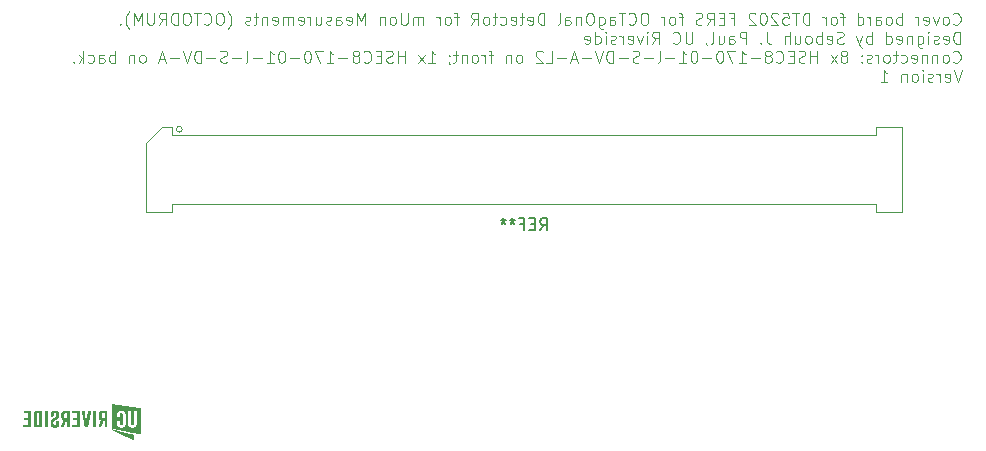
<source format=gbr>
%TF.GenerationSoftware,KiCad,Pcbnew,8.0.2-1*%
%TF.CreationDate,2025-02-24T13:25:59-05:00*%
%TF.ProjectId,ConcentratorBoardOctagon,436f6e63-656e-4747-9261-746f72426f61,rev?*%
%TF.SameCoordinates,Original*%
%TF.FileFunction,Legend,Bot*%
%TF.FilePolarity,Positive*%
%FSLAX46Y46*%
G04 Gerber Fmt 4.6, Leading zero omitted, Abs format (unit mm)*
G04 Created by KiCad (PCBNEW 8.0.2-1) date 2025-02-24 13:25:59*
%MOMM*%
%LPD*%
G01*
G04 APERTURE LIST*
%ADD10C,0.100000*%
%ADD11C,0.150000*%
%ADD12C,0.120000*%
%ADD13C,0.000000*%
G04 APERTURE END LIST*
D10*
X136324687Y-87647348D02*
X136372306Y-87694968D01*
X136372306Y-87694968D02*
X136515163Y-87742587D01*
X136515163Y-87742587D02*
X136610401Y-87742587D01*
X136610401Y-87742587D02*
X136753258Y-87694968D01*
X136753258Y-87694968D02*
X136848496Y-87599729D01*
X136848496Y-87599729D02*
X136896115Y-87504491D01*
X136896115Y-87504491D02*
X136943734Y-87314015D01*
X136943734Y-87314015D02*
X136943734Y-87171158D01*
X136943734Y-87171158D02*
X136896115Y-86980682D01*
X136896115Y-86980682D02*
X136848496Y-86885444D01*
X136848496Y-86885444D02*
X136753258Y-86790206D01*
X136753258Y-86790206D02*
X136610401Y-86742587D01*
X136610401Y-86742587D02*
X136515163Y-86742587D01*
X136515163Y-86742587D02*
X136372306Y-86790206D01*
X136372306Y-86790206D02*
X136324687Y-86837825D01*
X135753258Y-87742587D02*
X135848496Y-87694968D01*
X135848496Y-87694968D02*
X135896115Y-87647348D01*
X135896115Y-87647348D02*
X135943734Y-87552110D01*
X135943734Y-87552110D02*
X135943734Y-87266396D01*
X135943734Y-87266396D02*
X135896115Y-87171158D01*
X135896115Y-87171158D02*
X135848496Y-87123539D01*
X135848496Y-87123539D02*
X135753258Y-87075920D01*
X135753258Y-87075920D02*
X135610401Y-87075920D01*
X135610401Y-87075920D02*
X135515163Y-87123539D01*
X135515163Y-87123539D02*
X135467544Y-87171158D01*
X135467544Y-87171158D02*
X135419925Y-87266396D01*
X135419925Y-87266396D02*
X135419925Y-87552110D01*
X135419925Y-87552110D02*
X135467544Y-87647348D01*
X135467544Y-87647348D02*
X135515163Y-87694968D01*
X135515163Y-87694968D02*
X135610401Y-87742587D01*
X135610401Y-87742587D02*
X135753258Y-87742587D01*
X135086591Y-87075920D02*
X134848496Y-87742587D01*
X134848496Y-87742587D02*
X134610401Y-87075920D01*
X133848496Y-87694968D02*
X133943734Y-87742587D01*
X133943734Y-87742587D02*
X134134210Y-87742587D01*
X134134210Y-87742587D02*
X134229448Y-87694968D01*
X134229448Y-87694968D02*
X134277067Y-87599729D01*
X134277067Y-87599729D02*
X134277067Y-87218777D01*
X134277067Y-87218777D02*
X134229448Y-87123539D01*
X134229448Y-87123539D02*
X134134210Y-87075920D01*
X134134210Y-87075920D02*
X133943734Y-87075920D01*
X133943734Y-87075920D02*
X133848496Y-87123539D01*
X133848496Y-87123539D02*
X133800877Y-87218777D01*
X133800877Y-87218777D02*
X133800877Y-87314015D01*
X133800877Y-87314015D02*
X134277067Y-87409253D01*
X133372305Y-87742587D02*
X133372305Y-87075920D01*
X133372305Y-87266396D02*
X133324686Y-87171158D01*
X133324686Y-87171158D02*
X133277067Y-87123539D01*
X133277067Y-87123539D02*
X133181829Y-87075920D01*
X133181829Y-87075920D02*
X133086591Y-87075920D01*
X131991352Y-87742587D02*
X131991352Y-86742587D01*
X131991352Y-87123539D02*
X131896114Y-87075920D01*
X131896114Y-87075920D02*
X131705638Y-87075920D01*
X131705638Y-87075920D02*
X131610400Y-87123539D01*
X131610400Y-87123539D02*
X131562781Y-87171158D01*
X131562781Y-87171158D02*
X131515162Y-87266396D01*
X131515162Y-87266396D02*
X131515162Y-87552110D01*
X131515162Y-87552110D02*
X131562781Y-87647348D01*
X131562781Y-87647348D02*
X131610400Y-87694968D01*
X131610400Y-87694968D02*
X131705638Y-87742587D01*
X131705638Y-87742587D02*
X131896114Y-87742587D01*
X131896114Y-87742587D02*
X131991352Y-87694968D01*
X130943733Y-87742587D02*
X131038971Y-87694968D01*
X131038971Y-87694968D02*
X131086590Y-87647348D01*
X131086590Y-87647348D02*
X131134209Y-87552110D01*
X131134209Y-87552110D02*
X131134209Y-87266396D01*
X131134209Y-87266396D02*
X131086590Y-87171158D01*
X131086590Y-87171158D02*
X131038971Y-87123539D01*
X131038971Y-87123539D02*
X130943733Y-87075920D01*
X130943733Y-87075920D02*
X130800876Y-87075920D01*
X130800876Y-87075920D02*
X130705638Y-87123539D01*
X130705638Y-87123539D02*
X130658019Y-87171158D01*
X130658019Y-87171158D02*
X130610400Y-87266396D01*
X130610400Y-87266396D02*
X130610400Y-87552110D01*
X130610400Y-87552110D02*
X130658019Y-87647348D01*
X130658019Y-87647348D02*
X130705638Y-87694968D01*
X130705638Y-87694968D02*
X130800876Y-87742587D01*
X130800876Y-87742587D02*
X130943733Y-87742587D01*
X129753257Y-87742587D02*
X129753257Y-87218777D01*
X129753257Y-87218777D02*
X129800876Y-87123539D01*
X129800876Y-87123539D02*
X129896114Y-87075920D01*
X129896114Y-87075920D02*
X130086590Y-87075920D01*
X130086590Y-87075920D02*
X130181828Y-87123539D01*
X129753257Y-87694968D02*
X129848495Y-87742587D01*
X129848495Y-87742587D02*
X130086590Y-87742587D01*
X130086590Y-87742587D02*
X130181828Y-87694968D01*
X130181828Y-87694968D02*
X130229447Y-87599729D01*
X130229447Y-87599729D02*
X130229447Y-87504491D01*
X130229447Y-87504491D02*
X130181828Y-87409253D01*
X130181828Y-87409253D02*
X130086590Y-87361634D01*
X130086590Y-87361634D02*
X129848495Y-87361634D01*
X129848495Y-87361634D02*
X129753257Y-87314015D01*
X129277066Y-87742587D02*
X129277066Y-87075920D01*
X129277066Y-87266396D02*
X129229447Y-87171158D01*
X129229447Y-87171158D02*
X129181828Y-87123539D01*
X129181828Y-87123539D02*
X129086590Y-87075920D01*
X129086590Y-87075920D02*
X128991352Y-87075920D01*
X128229447Y-87742587D02*
X128229447Y-86742587D01*
X128229447Y-87694968D02*
X128324685Y-87742587D01*
X128324685Y-87742587D02*
X128515161Y-87742587D01*
X128515161Y-87742587D02*
X128610399Y-87694968D01*
X128610399Y-87694968D02*
X128658018Y-87647348D01*
X128658018Y-87647348D02*
X128705637Y-87552110D01*
X128705637Y-87552110D02*
X128705637Y-87266396D01*
X128705637Y-87266396D02*
X128658018Y-87171158D01*
X128658018Y-87171158D02*
X128610399Y-87123539D01*
X128610399Y-87123539D02*
X128515161Y-87075920D01*
X128515161Y-87075920D02*
X128324685Y-87075920D01*
X128324685Y-87075920D02*
X128229447Y-87123539D01*
X127134208Y-87075920D02*
X126753256Y-87075920D01*
X126991351Y-87742587D02*
X126991351Y-86885444D01*
X126991351Y-86885444D02*
X126943732Y-86790206D01*
X126943732Y-86790206D02*
X126848494Y-86742587D01*
X126848494Y-86742587D02*
X126753256Y-86742587D01*
X126277065Y-87742587D02*
X126372303Y-87694968D01*
X126372303Y-87694968D02*
X126419922Y-87647348D01*
X126419922Y-87647348D02*
X126467541Y-87552110D01*
X126467541Y-87552110D02*
X126467541Y-87266396D01*
X126467541Y-87266396D02*
X126419922Y-87171158D01*
X126419922Y-87171158D02*
X126372303Y-87123539D01*
X126372303Y-87123539D02*
X126277065Y-87075920D01*
X126277065Y-87075920D02*
X126134208Y-87075920D01*
X126134208Y-87075920D02*
X126038970Y-87123539D01*
X126038970Y-87123539D02*
X125991351Y-87171158D01*
X125991351Y-87171158D02*
X125943732Y-87266396D01*
X125943732Y-87266396D02*
X125943732Y-87552110D01*
X125943732Y-87552110D02*
X125991351Y-87647348D01*
X125991351Y-87647348D02*
X126038970Y-87694968D01*
X126038970Y-87694968D02*
X126134208Y-87742587D01*
X126134208Y-87742587D02*
X126277065Y-87742587D01*
X125515160Y-87742587D02*
X125515160Y-87075920D01*
X125515160Y-87266396D02*
X125467541Y-87171158D01*
X125467541Y-87171158D02*
X125419922Y-87123539D01*
X125419922Y-87123539D02*
X125324684Y-87075920D01*
X125324684Y-87075920D02*
X125229446Y-87075920D01*
X124134207Y-87742587D02*
X124134207Y-86742587D01*
X124134207Y-86742587D02*
X123896112Y-86742587D01*
X123896112Y-86742587D02*
X123753255Y-86790206D01*
X123753255Y-86790206D02*
X123658017Y-86885444D01*
X123658017Y-86885444D02*
X123610398Y-86980682D01*
X123610398Y-86980682D02*
X123562779Y-87171158D01*
X123562779Y-87171158D02*
X123562779Y-87314015D01*
X123562779Y-87314015D02*
X123610398Y-87504491D01*
X123610398Y-87504491D02*
X123658017Y-87599729D01*
X123658017Y-87599729D02*
X123753255Y-87694968D01*
X123753255Y-87694968D02*
X123896112Y-87742587D01*
X123896112Y-87742587D02*
X124134207Y-87742587D01*
X123277064Y-86742587D02*
X122705636Y-86742587D01*
X122991350Y-87742587D02*
X122991350Y-86742587D01*
X121896112Y-86742587D02*
X122372302Y-86742587D01*
X122372302Y-86742587D02*
X122419921Y-87218777D01*
X122419921Y-87218777D02*
X122372302Y-87171158D01*
X122372302Y-87171158D02*
X122277064Y-87123539D01*
X122277064Y-87123539D02*
X122038969Y-87123539D01*
X122038969Y-87123539D02*
X121943731Y-87171158D01*
X121943731Y-87171158D02*
X121896112Y-87218777D01*
X121896112Y-87218777D02*
X121848493Y-87314015D01*
X121848493Y-87314015D02*
X121848493Y-87552110D01*
X121848493Y-87552110D02*
X121896112Y-87647348D01*
X121896112Y-87647348D02*
X121943731Y-87694968D01*
X121943731Y-87694968D02*
X122038969Y-87742587D01*
X122038969Y-87742587D02*
X122277064Y-87742587D01*
X122277064Y-87742587D02*
X122372302Y-87694968D01*
X122372302Y-87694968D02*
X122419921Y-87647348D01*
X121467540Y-86837825D02*
X121419921Y-86790206D01*
X121419921Y-86790206D02*
X121324683Y-86742587D01*
X121324683Y-86742587D02*
X121086588Y-86742587D01*
X121086588Y-86742587D02*
X120991350Y-86790206D01*
X120991350Y-86790206D02*
X120943731Y-86837825D01*
X120943731Y-86837825D02*
X120896112Y-86933063D01*
X120896112Y-86933063D02*
X120896112Y-87028301D01*
X120896112Y-87028301D02*
X120943731Y-87171158D01*
X120943731Y-87171158D02*
X121515159Y-87742587D01*
X121515159Y-87742587D02*
X120896112Y-87742587D01*
X120277064Y-86742587D02*
X120181826Y-86742587D01*
X120181826Y-86742587D02*
X120086588Y-86790206D01*
X120086588Y-86790206D02*
X120038969Y-86837825D01*
X120038969Y-86837825D02*
X119991350Y-86933063D01*
X119991350Y-86933063D02*
X119943731Y-87123539D01*
X119943731Y-87123539D02*
X119943731Y-87361634D01*
X119943731Y-87361634D02*
X119991350Y-87552110D01*
X119991350Y-87552110D02*
X120038969Y-87647348D01*
X120038969Y-87647348D02*
X120086588Y-87694968D01*
X120086588Y-87694968D02*
X120181826Y-87742587D01*
X120181826Y-87742587D02*
X120277064Y-87742587D01*
X120277064Y-87742587D02*
X120372302Y-87694968D01*
X120372302Y-87694968D02*
X120419921Y-87647348D01*
X120419921Y-87647348D02*
X120467540Y-87552110D01*
X120467540Y-87552110D02*
X120515159Y-87361634D01*
X120515159Y-87361634D02*
X120515159Y-87123539D01*
X120515159Y-87123539D02*
X120467540Y-86933063D01*
X120467540Y-86933063D02*
X120419921Y-86837825D01*
X120419921Y-86837825D02*
X120372302Y-86790206D01*
X120372302Y-86790206D02*
X120277064Y-86742587D01*
X119562778Y-86837825D02*
X119515159Y-86790206D01*
X119515159Y-86790206D02*
X119419921Y-86742587D01*
X119419921Y-86742587D02*
X119181826Y-86742587D01*
X119181826Y-86742587D02*
X119086588Y-86790206D01*
X119086588Y-86790206D02*
X119038969Y-86837825D01*
X119038969Y-86837825D02*
X118991350Y-86933063D01*
X118991350Y-86933063D02*
X118991350Y-87028301D01*
X118991350Y-87028301D02*
X119038969Y-87171158D01*
X119038969Y-87171158D02*
X119610397Y-87742587D01*
X119610397Y-87742587D02*
X118991350Y-87742587D01*
X117467540Y-87218777D02*
X117800873Y-87218777D01*
X117800873Y-87742587D02*
X117800873Y-86742587D01*
X117800873Y-86742587D02*
X117324683Y-86742587D01*
X116943730Y-87218777D02*
X116610397Y-87218777D01*
X116467540Y-87742587D02*
X116943730Y-87742587D01*
X116943730Y-87742587D02*
X116943730Y-86742587D01*
X116943730Y-86742587D02*
X116467540Y-86742587D01*
X115467540Y-87742587D02*
X115800873Y-87266396D01*
X116038968Y-87742587D02*
X116038968Y-86742587D01*
X116038968Y-86742587D02*
X115658016Y-86742587D01*
X115658016Y-86742587D02*
X115562778Y-86790206D01*
X115562778Y-86790206D02*
X115515159Y-86837825D01*
X115515159Y-86837825D02*
X115467540Y-86933063D01*
X115467540Y-86933063D02*
X115467540Y-87075920D01*
X115467540Y-87075920D02*
X115515159Y-87171158D01*
X115515159Y-87171158D02*
X115562778Y-87218777D01*
X115562778Y-87218777D02*
X115658016Y-87266396D01*
X115658016Y-87266396D02*
X116038968Y-87266396D01*
X115086587Y-87694968D02*
X114943730Y-87742587D01*
X114943730Y-87742587D02*
X114705635Y-87742587D01*
X114705635Y-87742587D02*
X114610397Y-87694968D01*
X114610397Y-87694968D02*
X114562778Y-87647348D01*
X114562778Y-87647348D02*
X114515159Y-87552110D01*
X114515159Y-87552110D02*
X114515159Y-87456872D01*
X114515159Y-87456872D02*
X114562778Y-87361634D01*
X114562778Y-87361634D02*
X114610397Y-87314015D01*
X114610397Y-87314015D02*
X114705635Y-87266396D01*
X114705635Y-87266396D02*
X114896111Y-87218777D01*
X114896111Y-87218777D02*
X114991349Y-87171158D01*
X114991349Y-87171158D02*
X115038968Y-87123539D01*
X115038968Y-87123539D02*
X115086587Y-87028301D01*
X115086587Y-87028301D02*
X115086587Y-86933063D01*
X115086587Y-86933063D02*
X115038968Y-86837825D01*
X115038968Y-86837825D02*
X114991349Y-86790206D01*
X114991349Y-86790206D02*
X114896111Y-86742587D01*
X114896111Y-86742587D02*
X114658016Y-86742587D01*
X114658016Y-86742587D02*
X114515159Y-86790206D01*
X113467539Y-87075920D02*
X113086587Y-87075920D01*
X113324682Y-87742587D02*
X113324682Y-86885444D01*
X113324682Y-86885444D02*
X113277063Y-86790206D01*
X113277063Y-86790206D02*
X113181825Y-86742587D01*
X113181825Y-86742587D02*
X113086587Y-86742587D01*
X112610396Y-87742587D02*
X112705634Y-87694968D01*
X112705634Y-87694968D02*
X112753253Y-87647348D01*
X112753253Y-87647348D02*
X112800872Y-87552110D01*
X112800872Y-87552110D02*
X112800872Y-87266396D01*
X112800872Y-87266396D02*
X112753253Y-87171158D01*
X112753253Y-87171158D02*
X112705634Y-87123539D01*
X112705634Y-87123539D02*
X112610396Y-87075920D01*
X112610396Y-87075920D02*
X112467539Y-87075920D01*
X112467539Y-87075920D02*
X112372301Y-87123539D01*
X112372301Y-87123539D02*
X112324682Y-87171158D01*
X112324682Y-87171158D02*
X112277063Y-87266396D01*
X112277063Y-87266396D02*
X112277063Y-87552110D01*
X112277063Y-87552110D02*
X112324682Y-87647348D01*
X112324682Y-87647348D02*
X112372301Y-87694968D01*
X112372301Y-87694968D02*
X112467539Y-87742587D01*
X112467539Y-87742587D02*
X112610396Y-87742587D01*
X111848491Y-87742587D02*
X111848491Y-87075920D01*
X111848491Y-87266396D02*
X111800872Y-87171158D01*
X111800872Y-87171158D02*
X111753253Y-87123539D01*
X111753253Y-87123539D02*
X111658015Y-87075920D01*
X111658015Y-87075920D02*
X111562777Y-87075920D01*
X110277062Y-86742587D02*
X110086586Y-86742587D01*
X110086586Y-86742587D02*
X109991348Y-86790206D01*
X109991348Y-86790206D02*
X109896110Y-86885444D01*
X109896110Y-86885444D02*
X109848491Y-87075920D01*
X109848491Y-87075920D02*
X109848491Y-87409253D01*
X109848491Y-87409253D02*
X109896110Y-87599729D01*
X109896110Y-87599729D02*
X109991348Y-87694968D01*
X109991348Y-87694968D02*
X110086586Y-87742587D01*
X110086586Y-87742587D02*
X110277062Y-87742587D01*
X110277062Y-87742587D02*
X110372300Y-87694968D01*
X110372300Y-87694968D02*
X110467538Y-87599729D01*
X110467538Y-87599729D02*
X110515157Y-87409253D01*
X110515157Y-87409253D02*
X110515157Y-87075920D01*
X110515157Y-87075920D02*
X110467538Y-86885444D01*
X110467538Y-86885444D02*
X110372300Y-86790206D01*
X110372300Y-86790206D02*
X110277062Y-86742587D01*
X108848491Y-87647348D02*
X108896110Y-87694968D01*
X108896110Y-87694968D02*
X109038967Y-87742587D01*
X109038967Y-87742587D02*
X109134205Y-87742587D01*
X109134205Y-87742587D02*
X109277062Y-87694968D01*
X109277062Y-87694968D02*
X109372300Y-87599729D01*
X109372300Y-87599729D02*
X109419919Y-87504491D01*
X109419919Y-87504491D02*
X109467538Y-87314015D01*
X109467538Y-87314015D02*
X109467538Y-87171158D01*
X109467538Y-87171158D02*
X109419919Y-86980682D01*
X109419919Y-86980682D02*
X109372300Y-86885444D01*
X109372300Y-86885444D02*
X109277062Y-86790206D01*
X109277062Y-86790206D02*
X109134205Y-86742587D01*
X109134205Y-86742587D02*
X109038967Y-86742587D01*
X109038967Y-86742587D02*
X108896110Y-86790206D01*
X108896110Y-86790206D02*
X108848491Y-86837825D01*
X108562776Y-86742587D02*
X107991348Y-86742587D01*
X108277062Y-87742587D02*
X108277062Y-86742587D01*
X107229443Y-87742587D02*
X107229443Y-87218777D01*
X107229443Y-87218777D02*
X107277062Y-87123539D01*
X107277062Y-87123539D02*
X107372300Y-87075920D01*
X107372300Y-87075920D02*
X107562776Y-87075920D01*
X107562776Y-87075920D02*
X107658014Y-87123539D01*
X107229443Y-87694968D02*
X107324681Y-87742587D01*
X107324681Y-87742587D02*
X107562776Y-87742587D01*
X107562776Y-87742587D02*
X107658014Y-87694968D01*
X107658014Y-87694968D02*
X107705633Y-87599729D01*
X107705633Y-87599729D02*
X107705633Y-87504491D01*
X107705633Y-87504491D02*
X107658014Y-87409253D01*
X107658014Y-87409253D02*
X107562776Y-87361634D01*
X107562776Y-87361634D02*
X107324681Y-87361634D01*
X107324681Y-87361634D02*
X107229443Y-87314015D01*
X106324681Y-87075920D02*
X106324681Y-87885444D01*
X106324681Y-87885444D02*
X106372300Y-87980682D01*
X106372300Y-87980682D02*
X106419919Y-88028301D01*
X106419919Y-88028301D02*
X106515157Y-88075920D01*
X106515157Y-88075920D02*
X106658014Y-88075920D01*
X106658014Y-88075920D02*
X106753252Y-88028301D01*
X106324681Y-87694968D02*
X106419919Y-87742587D01*
X106419919Y-87742587D02*
X106610395Y-87742587D01*
X106610395Y-87742587D02*
X106705633Y-87694968D01*
X106705633Y-87694968D02*
X106753252Y-87647348D01*
X106753252Y-87647348D02*
X106800871Y-87552110D01*
X106800871Y-87552110D02*
X106800871Y-87266396D01*
X106800871Y-87266396D02*
X106753252Y-87171158D01*
X106753252Y-87171158D02*
X106705633Y-87123539D01*
X106705633Y-87123539D02*
X106610395Y-87075920D01*
X106610395Y-87075920D02*
X106419919Y-87075920D01*
X106419919Y-87075920D02*
X106324681Y-87123539D01*
X105658014Y-86742587D02*
X105467538Y-86742587D01*
X105467538Y-86742587D02*
X105372300Y-86790206D01*
X105372300Y-86790206D02*
X105277062Y-86885444D01*
X105277062Y-86885444D02*
X105229443Y-87075920D01*
X105229443Y-87075920D02*
X105229443Y-87409253D01*
X105229443Y-87409253D02*
X105277062Y-87599729D01*
X105277062Y-87599729D02*
X105372300Y-87694968D01*
X105372300Y-87694968D02*
X105467538Y-87742587D01*
X105467538Y-87742587D02*
X105658014Y-87742587D01*
X105658014Y-87742587D02*
X105753252Y-87694968D01*
X105753252Y-87694968D02*
X105848490Y-87599729D01*
X105848490Y-87599729D02*
X105896109Y-87409253D01*
X105896109Y-87409253D02*
X105896109Y-87075920D01*
X105896109Y-87075920D02*
X105848490Y-86885444D01*
X105848490Y-86885444D02*
X105753252Y-86790206D01*
X105753252Y-86790206D02*
X105658014Y-86742587D01*
X104800871Y-87075920D02*
X104800871Y-87742587D01*
X104800871Y-87171158D02*
X104753252Y-87123539D01*
X104753252Y-87123539D02*
X104658014Y-87075920D01*
X104658014Y-87075920D02*
X104515157Y-87075920D01*
X104515157Y-87075920D02*
X104419919Y-87123539D01*
X104419919Y-87123539D02*
X104372300Y-87218777D01*
X104372300Y-87218777D02*
X104372300Y-87742587D01*
X103467538Y-87742587D02*
X103467538Y-87218777D01*
X103467538Y-87218777D02*
X103515157Y-87123539D01*
X103515157Y-87123539D02*
X103610395Y-87075920D01*
X103610395Y-87075920D02*
X103800871Y-87075920D01*
X103800871Y-87075920D02*
X103896109Y-87123539D01*
X103467538Y-87694968D02*
X103562776Y-87742587D01*
X103562776Y-87742587D02*
X103800871Y-87742587D01*
X103800871Y-87742587D02*
X103896109Y-87694968D01*
X103896109Y-87694968D02*
X103943728Y-87599729D01*
X103943728Y-87599729D02*
X103943728Y-87504491D01*
X103943728Y-87504491D02*
X103896109Y-87409253D01*
X103896109Y-87409253D02*
X103800871Y-87361634D01*
X103800871Y-87361634D02*
X103562776Y-87361634D01*
X103562776Y-87361634D02*
X103467538Y-87314015D01*
X102848490Y-87742587D02*
X102943728Y-87694968D01*
X102943728Y-87694968D02*
X102991347Y-87599729D01*
X102991347Y-87599729D02*
X102991347Y-86742587D01*
X101705632Y-87742587D02*
X101705632Y-86742587D01*
X101705632Y-86742587D02*
X101467537Y-86742587D01*
X101467537Y-86742587D02*
X101324680Y-86790206D01*
X101324680Y-86790206D02*
X101229442Y-86885444D01*
X101229442Y-86885444D02*
X101181823Y-86980682D01*
X101181823Y-86980682D02*
X101134204Y-87171158D01*
X101134204Y-87171158D02*
X101134204Y-87314015D01*
X101134204Y-87314015D02*
X101181823Y-87504491D01*
X101181823Y-87504491D02*
X101229442Y-87599729D01*
X101229442Y-87599729D02*
X101324680Y-87694968D01*
X101324680Y-87694968D02*
X101467537Y-87742587D01*
X101467537Y-87742587D02*
X101705632Y-87742587D01*
X100324680Y-87694968D02*
X100419918Y-87742587D01*
X100419918Y-87742587D02*
X100610394Y-87742587D01*
X100610394Y-87742587D02*
X100705632Y-87694968D01*
X100705632Y-87694968D02*
X100753251Y-87599729D01*
X100753251Y-87599729D02*
X100753251Y-87218777D01*
X100753251Y-87218777D02*
X100705632Y-87123539D01*
X100705632Y-87123539D02*
X100610394Y-87075920D01*
X100610394Y-87075920D02*
X100419918Y-87075920D01*
X100419918Y-87075920D02*
X100324680Y-87123539D01*
X100324680Y-87123539D02*
X100277061Y-87218777D01*
X100277061Y-87218777D02*
X100277061Y-87314015D01*
X100277061Y-87314015D02*
X100753251Y-87409253D01*
X99991346Y-87075920D02*
X99610394Y-87075920D01*
X99848489Y-86742587D02*
X99848489Y-87599729D01*
X99848489Y-87599729D02*
X99800870Y-87694968D01*
X99800870Y-87694968D02*
X99705632Y-87742587D01*
X99705632Y-87742587D02*
X99610394Y-87742587D01*
X98896108Y-87694968D02*
X98991346Y-87742587D01*
X98991346Y-87742587D02*
X99181822Y-87742587D01*
X99181822Y-87742587D02*
X99277060Y-87694968D01*
X99277060Y-87694968D02*
X99324679Y-87599729D01*
X99324679Y-87599729D02*
X99324679Y-87218777D01*
X99324679Y-87218777D02*
X99277060Y-87123539D01*
X99277060Y-87123539D02*
X99181822Y-87075920D01*
X99181822Y-87075920D02*
X98991346Y-87075920D01*
X98991346Y-87075920D02*
X98896108Y-87123539D01*
X98896108Y-87123539D02*
X98848489Y-87218777D01*
X98848489Y-87218777D02*
X98848489Y-87314015D01*
X98848489Y-87314015D02*
X99324679Y-87409253D01*
X97991346Y-87694968D02*
X98086584Y-87742587D01*
X98086584Y-87742587D02*
X98277060Y-87742587D01*
X98277060Y-87742587D02*
X98372298Y-87694968D01*
X98372298Y-87694968D02*
X98419917Y-87647348D01*
X98419917Y-87647348D02*
X98467536Y-87552110D01*
X98467536Y-87552110D02*
X98467536Y-87266396D01*
X98467536Y-87266396D02*
X98419917Y-87171158D01*
X98419917Y-87171158D02*
X98372298Y-87123539D01*
X98372298Y-87123539D02*
X98277060Y-87075920D01*
X98277060Y-87075920D02*
X98086584Y-87075920D01*
X98086584Y-87075920D02*
X97991346Y-87123539D01*
X97705631Y-87075920D02*
X97324679Y-87075920D01*
X97562774Y-86742587D02*
X97562774Y-87599729D01*
X97562774Y-87599729D02*
X97515155Y-87694968D01*
X97515155Y-87694968D02*
X97419917Y-87742587D01*
X97419917Y-87742587D02*
X97324679Y-87742587D01*
X96848488Y-87742587D02*
X96943726Y-87694968D01*
X96943726Y-87694968D02*
X96991345Y-87647348D01*
X96991345Y-87647348D02*
X97038964Y-87552110D01*
X97038964Y-87552110D02*
X97038964Y-87266396D01*
X97038964Y-87266396D02*
X96991345Y-87171158D01*
X96991345Y-87171158D02*
X96943726Y-87123539D01*
X96943726Y-87123539D02*
X96848488Y-87075920D01*
X96848488Y-87075920D02*
X96705631Y-87075920D01*
X96705631Y-87075920D02*
X96610393Y-87123539D01*
X96610393Y-87123539D02*
X96562774Y-87171158D01*
X96562774Y-87171158D02*
X96515155Y-87266396D01*
X96515155Y-87266396D02*
X96515155Y-87552110D01*
X96515155Y-87552110D02*
X96562774Y-87647348D01*
X96562774Y-87647348D02*
X96610393Y-87694968D01*
X96610393Y-87694968D02*
X96705631Y-87742587D01*
X96705631Y-87742587D02*
X96848488Y-87742587D01*
X95515155Y-87742587D02*
X95848488Y-87266396D01*
X96086583Y-87742587D02*
X96086583Y-86742587D01*
X96086583Y-86742587D02*
X95705631Y-86742587D01*
X95705631Y-86742587D02*
X95610393Y-86790206D01*
X95610393Y-86790206D02*
X95562774Y-86837825D01*
X95562774Y-86837825D02*
X95515155Y-86933063D01*
X95515155Y-86933063D02*
X95515155Y-87075920D01*
X95515155Y-87075920D02*
X95562774Y-87171158D01*
X95562774Y-87171158D02*
X95610393Y-87218777D01*
X95610393Y-87218777D02*
X95705631Y-87266396D01*
X95705631Y-87266396D02*
X96086583Y-87266396D01*
X94467535Y-87075920D02*
X94086583Y-87075920D01*
X94324678Y-87742587D02*
X94324678Y-86885444D01*
X94324678Y-86885444D02*
X94277059Y-86790206D01*
X94277059Y-86790206D02*
X94181821Y-86742587D01*
X94181821Y-86742587D02*
X94086583Y-86742587D01*
X93610392Y-87742587D02*
X93705630Y-87694968D01*
X93705630Y-87694968D02*
X93753249Y-87647348D01*
X93753249Y-87647348D02*
X93800868Y-87552110D01*
X93800868Y-87552110D02*
X93800868Y-87266396D01*
X93800868Y-87266396D02*
X93753249Y-87171158D01*
X93753249Y-87171158D02*
X93705630Y-87123539D01*
X93705630Y-87123539D02*
X93610392Y-87075920D01*
X93610392Y-87075920D02*
X93467535Y-87075920D01*
X93467535Y-87075920D02*
X93372297Y-87123539D01*
X93372297Y-87123539D02*
X93324678Y-87171158D01*
X93324678Y-87171158D02*
X93277059Y-87266396D01*
X93277059Y-87266396D02*
X93277059Y-87552110D01*
X93277059Y-87552110D02*
X93324678Y-87647348D01*
X93324678Y-87647348D02*
X93372297Y-87694968D01*
X93372297Y-87694968D02*
X93467535Y-87742587D01*
X93467535Y-87742587D02*
X93610392Y-87742587D01*
X92848487Y-87742587D02*
X92848487Y-87075920D01*
X92848487Y-87266396D02*
X92800868Y-87171158D01*
X92800868Y-87171158D02*
X92753249Y-87123539D01*
X92753249Y-87123539D02*
X92658011Y-87075920D01*
X92658011Y-87075920D02*
X92562773Y-87075920D01*
X91467534Y-87742587D02*
X91467534Y-87075920D01*
X91467534Y-87171158D02*
X91419915Y-87123539D01*
X91419915Y-87123539D02*
X91324677Y-87075920D01*
X91324677Y-87075920D02*
X91181820Y-87075920D01*
X91181820Y-87075920D02*
X91086582Y-87123539D01*
X91086582Y-87123539D02*
X91038963Y-87218777D01*
X91038963Y-87218777D02*
X91038963Y-87742587D01*
X91038963Y-87218777D02*
X90991344Y-87123539D01*
X90991344Y-87123539D02*
X90896106Y-87075920D01*
X90896106Y-87075920D02*
X90753249Y-87075920D01*
X90753249Y-87075920D02*
X90658010Y-87123539D01*
X90658010Y-87123539D02*
X90610391Y-87218777D01*
X90610391Y-87218777D02*
X90610391Y-87742587D01*
X90134201Y-86742587D02*
X90134201Y-87552110D01*
X90134201Y-87552110D02*
X90086582Y-87647348D01*
X90086582Y-87647348D02*
X90038963Y-87694968D01*
X90038963Y-87694968D02*
X89943725Y-87742587D01*
X89943725Y-87742587D02*
X89753249Y-87742587D01*
X89753249Y-87742587D02*
X89658011Y-87694968D01*
X89658011Y-87694968D02*
X89610392Y-87647348D01*
X89610392Y-87647348D02*
X89562773Y-87552110D01*
X89562773Y-87552110D02*
X89562773Y-86742587D01*
X88943725Y-87742587D02*
X89038963Y-87694968D01*
X89038963Y-87694968D02*
X89086582Y-87647348D01*
X89086582Y-87647348D02*
X89134201Y-87552110D01*
X89134201Y-87552110D02*
X89134201Y-87266396D01*
X89134201Y-87266396D02*
X89086582Y-87171158D01*
X89086582Y-87171158D02*
X89038963Y-87123539D01*
X89038963Y-87123539D02*
X88943725Y-87075920D01*
X88943725Y-87075920D02*
X88800868Y-87075920D01*
X88800868Y-87075920D02*
X88705630Y-87123539D01*
X88705630Y-87123539D02*
X88658011Y-87171158D01*
X88658011Y-87171158D02*
X88610392Y-87266396D01*
X88610392Y-87266396D02*
X88610392Y-87552110D01*
X88610392Y-87552110D02*
X88658011Y-87647348D01*
X88658011Y-87647348D02*
X88705630Y-87694968D01*
X88705630Y-87694968D02*
X88800868Y-87742587D01*
X88800868Y-87742587D02*
X88943725Y-87742587D01*
X88181820Y-87075920D02*
X88181820Y-87742587D01*
X88181820Y-87171158D02*
X88134201Y-87123539D01*
X88134201Y-87123539D02*
X88038963Y-87075920D01*
X88038963Y-87075920D02*
X87896106Y-87075920D01*
X87896106Y-87075920D02*
X87800868Y-87123539D01*
X87800868Y-87123539D02*
X87753249Y-87218777D01*
X87753249Y-87218777D02*
X87753249Y-87742587D01*
X86515153Y-87742587D02*
X86515153Y-86742587D01*
X86515153Y-86742587D02*
X86181820Y-87456872D01*
X86181820Y-87456872D02*
X85848487Y-86742587D01*
X85848487Y-86742587D02*
X85848487Y-87742587D01*
X84991344Y-87694968D02*
X85086582Y-87742587D01*
X85086582Y-87742587D02*
X85277058Y-87742587D01*
X85277058Y-87742587D02*
X85372296Y-87694968D01*
X85372296Y-87694968D02*
X85419915Y-87599729D01*
X85419915Y-87599729D02*
X85419915Y-87218777D01*
X85419915Y-87218777D02*
X85372296Y-87123539D01*
X85372296Y-87123539D02*
X85277058Y-87075920D01*
X85277058Y-87075920D02*
X85086582Y-87075920D01*
X85086582Y-87075920D02*
X84991344Y-87123539D01*
X84991344Y-87123539D02*
X84943725Y-87218777D01*
X84943725Y-87218777D02*
X84943725Y-87314015D01*
X84943725Y-87314015D02*
X85419915Y-87409253D01*
X84086582Y-87742587D02*
X84086582Y-87218777D01*
X84086582Y-87218777D02*
X84134201Y-87123539D01*
X84134201Y-87123539D02*
X84229439Y-87075920D01*
X84229439Y-87075920D02*
X84419915Y-87075920D01*
X84419915Y-87075920D02*
X84515153Y-87123539D01*
X84086582Y-87694968D02*
X84181820Y-87742587D01*
X84181820Y-87742587D02*
X84419915Y-87742587D01*
X84419915Y-87742587D02*
X84515153Y-87694968D01*
X84515153Y-87694968D02*
X84562772Y-87599729D01*
X84562772Y-87599729D02*
X84562772Y-87504491D01*
X84562772Y-87504491D02*
X84515153Y-87409253D01*
X84515153Y-87409253D02*
X84419915Y-87361634D01*
X84419915Y-87361634D02*
X84181820Y-87361634D01*
X84181820Y-87361634D02*
X84086582Y-87314015D01*
X83658010Y-87694968D02*
X83562772Y-87742587D01*
X83562772Y-87742587D02*
X83372296Y-87742587D01*
X83372296Y-87742587D02*
X83277058Y-87694968D01*
X83277058Y-87694968D02*
X83229439Y-87599729D01*
X83229439Y-87599729D02*
X83229439Y-87552110D01*
X83229439Y-87552110D02*
X83277058Y-87456872D01*
X83277058Y-87456872D02*
X83372296Y-87409253D01*
X83372296Y-87409253D02*
X83515153Y-87409253D01*
X83515153Y-87409253D02*
X83610391Y-87361634D01*
X83610391Y-87361634D02*
X83658010Y-87266396D01*
X83658010Y-87266396D02*
X83658010Y-87218777D01*
X83658010Y-87218777D02*
X83610391Y-87123539D01*
X83610391Y-87123539D02*
X83515153Y-87075920D01*
X83515153Y-87075920D02*
X83372296Y-87075920D01*
X83372296Y-87075920D02*
X83277058Y-87123539D01*
X82372296Y-87075920D02*
X82372296Y-87742587D01*
X82800867Y-87075920D02*
X82800867Y-87599729D01*
X82800867Y-87599729D02*
X82753248Y-87694968D01*
X82753248Y-87694968D02*
X82658010Y-87742587D01*
X82658010Y-87742587D02*
X82515153Y-87742587D01*
X82515153Y-87742587D02*
X82419915Y-87694968D01*
X82419915Y-87694968D02*
X82372296Y-87647348D01*
X81896105Y-87742587D02*
X81896105Y-87075920D01*
X81896105Y-87266396D02*
X81848486Y-87171158D01*
X81848486Y-87171158D02*
X81800867Y-87123539D01*
X81800867Y-87123539D02*
X81705629Y-87075920D01*
X81705629Y-87075920D02*
X81610391Y-87075920D01*
X80896105Y-87694968D02*
X80991343Y-87742587D01*
X80991343Y-87742587D02*
X81181819Y-87742587D01*
X81181819Y-87742587D02*
X81277057Y-87694968D01*
X81277057Y-87694968D02*
X81324676Y-87599729D01*
X81324676Y-87599729D02*
X81324676Y-87218777D01*
X81324676Y-87218777D02*
X81277057Y-87123539D01*
X81277057Y-87123539D02*
X81181819Y-87075920D01*
X81181819Y-87075920D02*
X80991343Y-87075920D01*
X80991343Y-87075920D02*
X80896105Y-87123539D01*
X80896105Y-87123539D02*
X80848486Y-87218777D01*
X80848486Y-87218777D02*
X80848486Y-87314015D01*
X80848486Y-87314015D02*
X81324676Y-87409253D01*
X80419914Y-87742587D02*
X80419914Y-87075920D01*
X80419914Y-87171158D02*
X80372295Y-87123539D01*
X80372295Y-87123539D02*
X80277057Y-87075920D01*
X80277057Y-87075920D02*
X80134200Y-87075920D01*
X80134200Y-87075920D02*
X80038962Y-87123539D01*
X80038962Y-87123539D02*
X79991343Y-87218777D01*
X79991343Y-87218777D02*
X79991343Y-87742587D01*
X79991343Y-87218777D02*
X79943724Y-87123539D01*
X79943724Y-87123539D02*
X79848486Y-87075920D01*
X79848486Y-87075920D02*
X79705629Y-87075920D01*
X79705629Y-87075920D02*
X79610390Y-87123539D01*
X79610390Y-87123539D02*
X79562771Y-87218777D01*
X79562771Y-87218777D02*
X79562771Y-87742587D01*
X78705629Y-87694968D02*
X78800867Y-87742587D01*
X78800867Y-87742587D02*
X78991343Y-87742587D01*
X78991343Y-87742587D02*
X79086581Y-87694968D01*
X79086581Y-87694968D02*
X79134200Y-87599729D01*
X79134200Y-87599729D02*
X79134200Y-87218777D01*
X79134200Y-87218777D02*
X79086581Y-87123539D01*
X79086581Y-87123539D02*
X78991343Y-87075920D01*
X78991343Y-87075920D02*
X78800867Y-87075920D01*
X78800867Y-87075920D02*
X78705629Y-87123539D01*
X78705629Y-87123539D02*
X78658010Y-87218777D01*
X78658010Y-87218777D02*
X78658010Y-87314015D01*
X78658010Y-87314015D02*
X79134200Y-87409253D01*
X78229438Y-87075920D02*
X78229438Y-87742587D01*
X78229438Y-87171158D02*
X78181819Y-87123539D01*
X78181819Y-87123539D02*
X78086581Y-87075920D01*
X78086581Y-87075920D02*
X77943724Y-87075920D01*
X77943724Y-87075920D02*
X77848486Y-87123539D01*
X77848486Y-87123539D02*
X77800867Y-87218777D01*
X77800867Y-87218777D02*
X77800867Y-87742587D01*
X77467533Y-87075920D02*
X77086581Y-87075920D01*
X77324676Y-86742587D02*
X77324676Y-87599729D01*
X77324676Y-87599729D02*
X77277057Y-87694968D01*
X77277057Y-87694968D02*
X77181819Y-87742587D01*
X77181819Y-87742587D02*
X77086581Y-87742587D01*
X76800866Y-87694968D02*
X76705628Y-87742587D01*
X76705628Y-87742587D02*
X76515152Y-87742587D01*
X76515152Y-87742587D02*
X76419914Y-87694968D01*
X76419914Y-87694968D02*
X76372295Y-87599729D01*
X76372295Y-87599729D02*
X76372295Y-87552110D01*
X76372295Y-87552110D02*
X76419914Y-87456872D01*
X76419914Y-87456872D02*
X76515152Y-87409253D01*
X76515152Y-87409253D02*
X76658009Y-87409253D01*
X76658009Y-87409253D02*
X76753247Y-87361634D01*
X76753247Y-87361634D02*
X76800866Y-87266396D01*
X76800866Y-87266396D02*
X76800866Y-87218777D01*
X76800866Y-87218777D02*
X76753247Y-87123539D01*
X76753247Y-87123539D02*
X76658009Y-87075920D01*
X76658009Y-87075920D02*
X76515152Y-87075920D01*
X76515152Y-87075920D02*
X76419914Y-87123539D01*
X74896104Y-88123539D02*
X74943723Y-88075920D01*
X74943723Y-88075920D02*
X75038961Y-87933063D01*
X75038961Y-87933063D02*
X75086580Y-87837825D01*
X75086580Y-87837825D02*
X75134199Y-87694968D01*
X75134199Y-87694968D02*
X75181818Y-87456872D01*
X75181818Y-87456872D02*
X75181818Y-87266396D01*
X75181818Y-87266396D02*
X75134199Y-87028301D01*
X75134199Y-87028301D02*
X75086580Y-86885444D01*
X75086580Y-86885444D02*
X75038961Y-86790206D01*
X75038961Y-86790206D02*
X74943723Y-86647348D01*
X74943723Y-86647348D02*
X74896104Y-86599729D01*
X74324675Y-86742587D02*
X74134199Y-86742587D01*
X74134199Y-86742587D02*
X74038961Y-86790206D01*
X74038961Y-86790206D02*
X73943723Y-86885444D01*
X73943723Y-86885444D02*
X73896104Y-87075920D01*
X73896104Y-87075920D02*
X73896104Y-87409253D01*
X73896104Y-87409253D02*
X73943723Y-87599729D01*
X73943723Y-87599729D02*
X74038961Y-87694968D01*
X74038961Y-87694968D02*
X74134199Y-87742587D01*
X74134199Y-87742587D02*
X74324675Y-87742587D01*
X74324675Y-87742587D02*
X74419913Y-87694968D01*
X74419913Y-87694968D02*
X74515151Y-87599729D01*
X74515151Y-87599729D02*
X74562770Y-87409253D01*
X74562770Y-87409253D02*
X74562770Y-87075920D01*
X74562770Y-87075920D02*
X74515151Y-86885444D01*
X74515151Y-86885444D02*
X74419913Y-86790206D01*
X74419913Y-86790206D02*
X74324675Y-86742587D01*
X72896104Y-87647348D02*
X72943723Y-87694968D01*
X72943723Y-87694968D02*
X73086580Y-87742587D01*
X73086580Y-87742587D02*
X73181818Y-87742587D01*
X73181818Y-87742587D02*
X73324675Y-87694968D01*
X73324675Y-87694968D02*
X73419913Y-87599729D01*
X73419913Y-87599729D02*
X73467532Y-87504491D01*
X73467532Y-87504491D02*
X73515151Y-87314015D01*
X73515151Y-87314015D02*
X73515151Y-87171158D01*
X73515151Y-87171158D02*
X73467532Y-86980682D01*
X73467532Y-86980682D02*
X73419913Y-86885444D01*
X73419913Y-86885444D02*
X73324675Y-86790206D01*
X73324675Y-86790206D02*
X73181818Y-86742587D01*
X73181818Y-86742587D02*
X73086580Y-86742587D01*
X73086580Y-86742587D02*
X72943723Y-86790206D01*
X72943723Y-86790206D02*
X72896104Y-86837825D01*
X72610389Y-86742587D02*
X72038961Y-86742587D01*
X72324675Y-87742587D02*
X72324675Y-86742587D01*
X71515151Y-86742587D02*
X71324675Y-86742587D01*
X71324675Y-86742587D02*
X71229437Y-86790206D01*
X71229437Y-86790206D02*
X71134199Y-86885444D01*
X71134199Y-86885444D02*
X71086580Y-87075920D01*
X71086580Y-87075920D02*
X71086580Y-87409253D01*
X71086580Y-87409253D02*
X71134199Y-87599729D01*
X71134199Y-87599729D02*
X71229437Y-87694968D01*
X71229437Y-87694968D02*
X71324675Y-87742587D01*
X71324675Y-87742587D02*
X71515151Y-87742587D01*
X71515151Y-87742587D02*
X71610389Y-87694968D01*
X71610389Y-87694968D02*
X71705627Y-87599729D01*
X71705627Y-87599729D02*
X71753246Y-87409253D01*
X71753246Y-87409253D02*
X71753246Y-87075920D01*
X71753246Y-87075920D02*
X71705627Y-86885444D01*
X71705627Y-86885444D02*
X71610389Y-86790206D01*
X71610389Y-86790206D02*
X71515151Y-86742587D01*
X70658008Y-87742587D02*
X70658008Y-86742587D01*
X70658008Y-86742587D02*
X70419913Y-86742587D01*
X70419913Y-86742587D02*
X70277056Y-86790206D01*
X70277056Y-86790206D02*
X70181818Y-86885444D01*
X70181818Y-86885444D02*
X70134199Y-86980682D01*
X70134199Y-86980682D02*
X70086580Y-87171158D01*
X70086580Y-87171158D02*
X70086580Y-87314015D01*
X70086580Y-87314015D02*
X70134199Y-87504491D01*
X70134199Y-87504491D02*
X70181818Y-87599729D01*
X70181818Y-87599729D02*
X70277056Y-87694968D01*
X70277056Y-87694968D02*
X70419913Y-87742587D01*
X70419913Y-87742587D02*
X70658008Y-87742587D01*
X69086580Y-87742587D02*
X69419913Y-87266396D01*
X69658008Y-87742587D02*
X69658008Y-86742587D01*
X69658008Y-86742587D02*
X69277056Y-86742587D01*
X69277056Y-86742587D02*
X69181818Y-86790206D01*
X69181818Y-86790206D02*
X69134199Y-86837825D01*
X69134199Y-86837825D02*
X69086580Y-86933063D01*
X69086580Y-86933063D02*
X69086580Y-87075920D01*
X69086580Y-87075920D02*
X69134199Y-87171158D01*
X69134199Y-87171158D02*
X69181818Y-87218777D01*
X69181818Y-87218777D02*
X69277056Y-87266396D01*
X69277056Y-87266396D02*
X69658008Y-87266396D01*
X68658008Y-86742587D02*
X68658008Y-87552110D01*
X68658008Y-87552110D02*
X68610389Y-87647348D01*
X68610389Y-87647348D02*
X68562770Y-87694968D01*
X68562770Y-87694968D02*
X68467532Y-87742587D01*
X68467532Y-87742587D02*
X68277056Y-87742587D01*
X68277056Y-87742587D02*
X68181818Y-87694968D01*
X68181818Y-87694968D02*
X68134199Y-87647348D01*
X68134199Y-87647348D02*
X68086580Y-87552110D01*
X68086580Y-87552110D02*
X68086580Y-86742587D01*
X67610389Y-87742587D02*
X67610389Y-86742587D01*
X67610389Y-86742587D02*
X67277056Y-87456872D01*
X67277056Y-87456872D02*
X66943723Y-86742587D01*
X66943723Y-86742587D02*
X66943723Y-87742587D01*
X66562770Y-88123539D02*
X66515151Y-88075920D01*
X66515151Y-88075920D02*
X66419913Y-87933063D01*
X66419913Y-87933063D02*
X66372294Y-87837825D01*
X66372294Y-87837825D02*
X66324675Y-87694968D01*
X66324675Y-87694968D02*
X66277056Y-87456872D01*
X66277056Y-87456872D02*
X66277056Y-87266396D01*
X66277056Y-87266396D02*
X66324675Y-87028301D01*
X66324675Y-87028301D02*
X66372294Y-86885444D01*
X66372294Y-86885444D02*
X66419913Y-86790206D01*
X66419913Y-86790206D02*
X66515151Y-86647348D01*
X66515151Y-86647348D02*
X66562770Y-86599729D01*
X65800865Y-87647348D02*
X65753246Y-87694968D01*
X65753246Y-87694968D02*
X65800865Y-87742587D01*
X65800865Y-87742587D02*
X65848484Y-87694968D01*
X65848484Y-87694968D02*
X65800865Y-87647348D01*
X65800865Y-87647348D02*
X65800865Y-87742587D01*
X136896115Y-89352531D02*
X136896115Y-88352531D01*
X136896115Y-88352531D02*
X136658020Y-88352531D01*
X136658020Y-88352531D02*
X136515163Y-88400150D01*
X136515163Y-88400150D02*
X136419925Y-88495388D01*
X136419925Y-88495388D02*
X136372306Y-88590626D01*
X136372306Y-88590626D02*
X136324687Y-88781102D01*
X136324687Y-88781102D02*
X136324687Y-88923959D01*
X136324687Y-88923959D02*
X136372306Y-89114435D01*
X136372306Y-89114435D02*
X136419925Y-89209673D01*
X136419925Y-89209673D02*
X136515163Y-89304912D01*
X136515163Y-89304912D02*
X136658020Y-89352531D01*
X136658020Y-89352531D02*
X136896115Y-89352531D01*
X135515163Y-89304912D02*
X135610401Y-89352531D01*
X135610401Y-89352531D02*
X135800877Y-89352531D01*
X135800877Y-89352531D02*
X135896115Y-89304912D01*
X135896115Y-89304912D02*
X135943734Y-89209673D01*
X135943734Y-89209673D02*
X135943734Y-88828721D01*
X135943734Y-88828721D02*
X135896115Y-88733483D01*
X135896115Y-88733483D02*
X135800877Y-88685864D01*
X135800877Y-88685864D02*
X135610401Y-88685864D01*
X135610401Y-88685864D02*
X135515163Y-88733483D01*
X135515163Y-88733483D02*
X135467544Y-88828721D01*
X135467544Y-88828721D02*
X135467544Y-88923959D01*
X135467544Y-88923959D02*
X135943734Y-89019197D01*
X135086591Y-89304912D02*
X134991353Y-89352531D01*
X134991353Y-89352531D02*
X134800877Y-89352531D01*
X134800877Y-89352531D02*
X134705639Y-89304912D01*
X134705639Y-89304912D02*
X134658020Y-89209673D01*
X134658020Y-89209673D02*
X134658020Y-89162054D01*
X134658020Y-89162054D02*
X134705639Y-89066816D01*
X134705639Y-89066816D02*
X134800877Y-89019197D01*
X134800877Y-89019197D02*
X134943734Y-89019197D01*
X134943734Y-89019197D02*
X135038972Y-88971578D01*
X135038972Y-88971578D02*
X135086591Y-88876340D01*
X135086591Y-88876340D02*
X135086591Y-88828721D01*
X135086591Y-88828721D02*
X135038972Y-88733483D01*
X135038972Y-88733483D02*
X134943734Y-88685864D01*
X134943734Y-88685864D02*
X134800877Y-88685864D01*
X134800877Y-88685864D02*
X134705639Y-88733483D01*
X134229448Y-89352531D02*
X134229448Y-88685864D01*
X134229448Y-88352531D02*
X134277067Y-88400150D01*
X134277067Y-88400150D02*
X134229448Y-88447769D01*
X134229448Y-88447769D02*
X134181829Y-88400150D01*
X134181829Y-88400150D02*
X134229448Y-88352531D01*
X134229448Y-88352531D02*
X134229448Y-88447769D01*
X133324687Y-88685864D02*
X133324687Y-89495388D01*
X133324687Y-89495388D02*
X133372306Y-89590626D01*
X133372306Y-89590626D02*
X133419925Y-89638245D01*
X133419925Y-89638245D02*
X133515163Y-89685864D01*
X133515163Y-89685864D02*
X133658020Y-89685864D01*
X133658020Y-89685864D02*
X133753258Y-89638245D01*
X133324687Y-89304912D02*
X133419925Y-89352531D01*
X133419925Y-89352531D02*
X133610401Y-89352531D01*
X133610401Y-89352531D02*
X133705639Y-89304912D01*
X133705639Y-89304912D02*
X133753258Y-89257292D01*
X133753258Y-89257292D02*
X133800877Y-89162054D01*
X133800877Y-89162054D02*
X133800877Y-88876340D01*
X133800877Y-88876340D02*
X133753258Y-88781102D01*
X133753258Y-88781102D02*
X133705639Y-88733483D01*
X133705639Y-88733483D02*
X133610401Y-88685864D01*
X133610401Y-88685864D02*
X133419925Y-88685864D01*
X133419925Y-88685864D02*
X133324687Y-88733483D01*
X132848496Y-88685864D02*
X132848496Y-89352531D01*
X132848496Y-88781102D02*
X132800877Y-88733483D01*
X132800877Y-88733483D02*
X132705639Y-88685864D01*
X132705639Y-88685864D02*
X132562782Y-88685864D01*
X132562782Y-88685864D02*
X132467544Y-88733483D01*
X132467544Y-88733483D02*
X132419925Y-88828721D01*
X132419925Y-88828721D02*
X132419925Y-89352531D01*
X131562782Y-89304912D02*
X131658020Y-89352531D01*
X131658020Y-89352531D02*
X131848496Y-89352531D01*
X131848496Y-89352531D02*
X131943734Y-89304912D01*
X131943734Y-89304912D02*
X131991353Y-89209673D01*
X131991353Y-89209673D02*
X131991353Y-88828721D01*
X131991353Y-88828721D02*
X131943734Y-88733483D01*
X131943734Y-88733483D02*
X131848496Y-88685864D01*
X131848496Y-88685864D02*
X131658020Y-88685864D01*
X131658020Y-88685864D02*
X131562782Y-88733483D01*
X131562782Y-88733483D02*
X131515163Y-88828721D01*
X131515163Y-88828721D02*
X131515163Y-88923959D01*
X131515163Y-88923959D02*
X131991353Y-89019197D01*
X130658020Y-89352531D02*
X130658020Y-88352531D01*
X130658020Y-89304912D02*
X130753258Y-89352531D01*
X130753258Y-89352531D02*
X130943734Y-89352531D01*
X130943734Y-89352531D02*
X131038972Y-89304912D01*
X131038972Y-89304912D02*
X131086591Y-89257292D01*
X131086591Y-89257292D02*
X131134210Y-89162054D01*
X131134210Y-89162054D02*
X131134210Y-88876340D01*
X131134210Y-88876340D02*
X131086591Y-88781102D01*
X131086591Y-88781102D02*
X131038972Y-88733483D01*
X131038972Y-88733483D02*
X130943734Y-88685864D01*
X130943734Y-88685864D02*
X130753258Y-88685864D01*
X130753258Y-88685864D02*
X130658020Y-88733483D01*
X129419924Y-89352531D02*
X129419924Y-88352531D01*
X129419924Y-88733483D02*
X129324686Y-88685864D01*
X129324686Y-88685864D02*
X129134210Y-88685864D01*
X129134210Y-88685864D02*
X129038972Y-88733483D01*
X129038972Y-88733483D02*
X128991353Y-88781102D01*
X128991353Y-88781102D02*
X128943734Y-88876340D01*
X128943734Y-88876340D02*
X128943734Y-89162054D01*
X128943734Y-89162054D02*
X128991353Y-89257292D01*
X128991353Y-89257292D02*
X129038972Y-89304912D01*
X129038972Y-89304912D02*
X129134210Y-89352531D01*
X129134210Y-89352531D02*
X129324686Y-89352531D01*
X129324686Y-89352531D02*
X129419924Y-89304912D01*
X128610400Y-88685864D02*
X128372305Y-89352531D01*
X128134210Y-88685864D02*
X128372305Y-89352531D01*
X128372305Y-89352531D02*
X128467543Y-89590626D01*
X128467543Y-89590626D02*
X128515162Y-89638245D01*
X128515162Y-89638245D02*
X128610400Y-89685864D01*
X127038971Y-89304912D02*
X126896114Y-89352531D01*
X126896114Y-89352531D02*
X126658019Y-89352531D01*
X126658019Y-89352531D02*
X126562781Y-89304912D01*
X126562781Y-89304912D02*
X126515162Y-89257292D01*
X126515162Y-89257292D02*
X126467543Y-89162054D01*
X126467543Y-89162054D02*
X126467543Y-89066816D01*
X126467543Y-89066816D02*
X126515162Y-88971578D01*
X126515162Y-88971578D02*
X126562781Y-88923959D01*
X126562781Y-88923959D02*
X126658019Y-88876340D01*
X126658019Y-88876340D02*
X126848495Y-88828721D01*
X126848495Y-88828721D02*
X126943733Y-88781102D01*
X126943733Y-88781102D02*
X126991352Y-88733483D01*
X126991352Y-88733483D02*
X127038971Y-88638245D01*
X127038971Y-88638245D02*
X127038971Y-88543007D01*
X127038971Y-88543007D02*
X126991352Y-88447769D01*
X126991352Y-88447769D02*
X126943733Y-88400150D01*
X126943733Y-88400150D02*
X126848495Y-88352531D01*
X126848495Y-88352531D02*
X126610400Y-88352531D01*
X126610400Y-88352531D02*
X126467543Y-88400150D01*
X125658019Y-89304912D02*
X125753257Y-89352531D01*
X125753257Y-89352531D02*
X125943733Y-89352531D01*
X125943733Y-89352531D02*
X126038971Y-89304912D01*
X126038971Y-89304912D02*
X126086590Y-89209673D01*
X126086590Y-89209673D02*
X126086590Y-88828721D01*
X126086590Y-88828721D02*
X126038971Y-88733483D01*
X126038971Y-88733483D02*
X125943733Y-88685864D01*
X125943733Y-88685864D02*
X125753257Y-88685864D01*
X125753257Y-88685864D02*
X125658019Y-88733483D01*
X125658019Y-88733483D02*
X125610400Y-88828721D01*
X125610400Y-88828721D02*
X125610400Y-88923959D01*
X125610400Y-88923959D02*
X126086590Y-89019197D01*
X125181828Y-89352531D02*
X125181828Y-88352531D01*
X125181828Y-88733483D02*
X125086590Y-88685864D01*
X125086590Y-88685864D02*
X124896114Y-88685864D01*
X124896114Y-88685864D02*
X124800876Y-88733483D01*
X124800876Y-88733483D02*
X124753257Y-88781102D01*
X124753257Y-88781102D02*
X124705638Y-88876340D01*
X124705638Y-88876340D02*
X124705638Y-89162054D01*
X124705638Y-89162054D02*
X124753257Y-89257292D01*
X124753257Y-89257292D02*
X124800876Y-89304912D01*
X124800876Y-89304912D02*
X124896114Y-89352531D01*
X124896114Y-89352531D02*
X125086590Y-89352531D01*
X125086590Y-89352531D02*
X125181828Y-89304912D01*
X124134209Y-89352531D02*
X124229447Y-89304912D01*
X124229447Y-89304912D02*
X124277066Y-89257292D01*
X124277066Y-89257292D02*
X124324685Y-89162054D01*
X124324685Y-89162054D02*
X124324685Y-88876340D01*
X124324685Y-88876340D02*
X124277066Y-88781102D01*
X124277066Y-88781102D02*
X124229447Y-88733483D01*
X124229447Y-88733483D02*
X124134209Y-88685864D01*
X124134209Y-88685864D02*
X123991352Y-88685864D01*
X123991352Y-88685864D02*
X123896114Y-88733483D01*
X123896114Y-88733483D02*
X123848495Y-88781102D01*
X123848495Y-88781102D02*
X123800876Y-88876340D01*
X123800876Y-88876340D02*
X123800876Y-89162054D01*
X123800876Y-89162054D02*
X123848495Y-89257292D01*
X123848495Y-89257292D02*
X123896114Y-89304912D01*
X123896114Y-89304912D02*
X123991352Y-89352531D01*
X123991352Y-89352531D02*
X124134209Y-89352531D01*
X122943733Y-88685864D02*
X122943733Y-89352531D01*
X123372304Y-88685864D02*
X123372304Y-89209673D01*
X123372304Y-89209673D02*
X123324685Y-89304912D01*
X123324685Y-89304912D02*
X123229447Y-89352531D01*
X123229447Y-89352531D02*
X123086590Y-89352531D01*
X123086590Y-89352531D02*
X122991352Y-89304912D01*
X122991352Y-89304912D02*
X122943733Y-89257292D01*
X122467542Y-89352531D02*
X122467542Y-88352531D01*
X122038971Y-89352531D02*
X122038971Y-88828721D01*
X122038971Y-88828721D02*
X122086590Y-88733483D01*
X122086590Y-88733483D02*
X122181828Y-88685864D01*
X122181828Y-88685864D02*
X122324685Y-88685864D01*
X122324685Y-88685864D02*
X122419923Y-88733483D01*
X122419923Y-88733483D02*
X122467542Y-88781102D01*
X120515161Y-88352531D02*
X120515161Y-89066816D01*
X120515161Y-89066816D02*
X120562780Y-89209673D01*
X120562780Y-89209673D02*
X120658018Y-89304912D01*
X120658018Y-89304912D02*
X120800875Y-89352531D01*
X120800875Y-89352531D02*
X120896113Y-89352531D01*
X120038970Y-89257292D02*
X119991351Y-89304912D01*
X119991351Y-89304912D02*
X120038970Y-89352531D01*
X120038970Y-89352531D02*
X120086589Y-89304912D01*
X120086589Y-89304912D02*
X120038970Y-89257292D01*
X120038970Y-89257292D02*
X120038970Y-89352531D01*
X118800875Y-89352531D02*
X118800875Y-88352531D01*
X118800875Y-88352531D02*
X118419923Y-88352531D01*
X118419923Y-88352531D02*
X118324685Y-88400150D01*
X118324685Y-88400150D02*
X118277066Y-88447769D01*
X118277066Y-88447769D02*
X118229447Y-88543007D01*
X118229447Y-88543007D02*
X118229447Y-88685864D01*
X118229447Y-88685864D02*
X118277066Y-88781102D01*
X118277066Y-88781102D02*
X118324685Y-88828721D01*
X118324685Y-88828721D02*
X118419923Y-88876340D01*
X118419923Y-88876340D02*
X118800875Y-88876340D01*
X117372304Y-89352531D02*
X117372304Y-88828721D01*
X117372304Y-88828721D02*
X117419923Y-88733483D01*
X117419923Y-88733483D02*
X117515161Y-88685864D01*
X117515161Y-88685864D02*
X117705637Y-88685864D01*
X117705637Y-88685864D02*
X117800875Y-88733483D01*
X117372304Y-89304912D02*
X117467542Y-89352531D01*
X117467542Y-89352531D02*
X117705637Y-89352531D01*
X117705637Y-89352531D02*
X117800875Y-89304912D01*
X117800875Y-89304912D02*
X117848494Y-89209673D01*
X117848494Y-89209673D02*
X117848494Y-89114435D01*
X117848494Y-89114435D02*
X117800875Y-89019197D01*
X117800875Y-89019197D02*
X117705637Y-88971578D01*
X117705637Y-88971578D02*
X117467542Y-88971578D01*
X117467542Y-88971578D02*
X117372304Y-88923959D01*
X116467542Y-88685864D02*
X116467542Y-89352531D01*
X116896113Y-88685864D02*
X116896113Y-89209673D01*
X116896113Y-89209673D02*
X116848494Y-89304912D01*
X116848494Y-89304912D02*
X116753256Y-89352531D01*
X116753256Y-89352531D02*
X116610399Y-89352531D01*
X116610399Y-89352531D02*
X116515161Y-89304912D01*
X116515161Y-89304912D02*
X116467542Y-89257292D01*
X115848494Y-89352531D02*
X115943732Y-89304912D01*
X115943732Y-89304912D02*
X115991351Y-89209673D01*
X115991351Y-89209673D02*
X115991351Y-88352531D01*
X115419922Y-89304912D02*
X115419922Y-89352531D01*
X115419922Y-89352531D02*
X115467541Y-89447769D01*
X115467541Y-89447769D02*
X115515160Y-89495388D01*
X114229446Y-88352531D02*
X114229446Y-89162054D01*
X114229446Y-89162054D02*
X114181827Y-89257292D01*
X114181827Y-89257292D02*
X114134208Y-89304912D01*
X114134208Y-89304912D02*
X114038970Y-89352531D01*
X114038970Y-89352531D02*
X113848494Y-89352531D01*
X113848494Y-89352531D02*
X113753256Y-89304912D01*
X113753256Y-89304912D02*
X113705637Y-89257292D01*
X113705637Y-89257292D02*
X113658018Y-89162054D01*
X113658018Y-89162054D02*
X113658018Y-88352531D01*
X112610399Y-89257292D02*
X112658018Y-89304912D01*
X112658018Y-89304912D02*
X112800875Y-89352531D01*
X112800875Y-89352531D02*
X112896113Y-89352531D01*
X112896113Y-89352531D02*
X113038970Y-89304912D01*
X113038970Y-89304912D02*
X113134208Y-89209673D01*
X113134208Y-89209673D02*
X113181827Y-89114435D01*
X113181827Y-89114435D02*
X113229446Y-88923959D01*
X113229446Y-88923959D02*
X113229446Y-88781102D01*
X113229446Y-88781102D02*
X113181827Y-88590626D01*
X113181827Y-88590626D02*
X113134208Y-88495388D01*
X113134208Y-88495388D02*
X113038970Y-88400150D01*
X113038970Y-88400150D02*
X112896113Y-88352531D01*
X112896113Y-88352531D02*
X112800875Y-88352531D01*
X112800875Y-88352531D02*
X112658018Y-88400150D01*
X112658018Y-88400150D02*
X112610399Y-88447769D01*
X110848494Y-89352531D02*
X111181827Y-88876340D01*
X111419922Y-89352531D02*
X111419922Y-88352531D01*
X111419922Y-88352531D02*
X111038970Y-88352531D01*
X111038970Y-88352531D02*
X110943732Y-88400150D01*
X110943732Y-88400150D02*
X110896113Y-88447769D01*
X110896113Y-88447769D02*
X110848494Y-88543007D01*
X110848494Y-88543007D02*
X110848494Y-88685864D01*
X110848494Y-88685864D02*
X110896113Y-88781102D01*
X110896113Y-88781102D02*
X110943732Y-88828721D01*
X110943732Y-88828721D02*
X111038970Y-88876340D01*
X111038970Y-88876340D02*
X111419922Y-88876340D01*
X110419922Y-89352531D02*
X110419922Y-88685864D01*
X110419922Y-88352531D02*
X110467541Y-88400150D01*
X110467541Y-88400150D02*
X110419922Y-88447769D01*
X110419922Y-88447769D02*
X110372303Y-88400150D01*
X110372303Y-88400150D02*
X110419922Y-88352531D01*
X110419922Y-88352531D02*
X110419922Y-88447769D01*
X110038970Y-88685864D02*
X109800875Y-89352531D01*
X109800875Y-89352531D02*
X109562780Y-88685864D01*
X108800875Y-89304912D02*
X108896113Y-89352531D01*
X108896113Y-89352531D02*
X109086589Y-89352531D01*
X109086589Y-89352531D02*
X109181827Y-89304912D01*
X109181827Y-89304912D02*
X109229446Y-89209673D01*
X109229446Y-89209673D02*
X109229446Y-88828721D01*
X109229446Y-88828721D02*
X109181827Y-88733483D01*
X109181827Y-88733483D02*
X109086589Y-88685864D01*
X109086589Y-88685864D02*
X108896113Y-88685864D01*
X108896113Y-88685864D02*
X108800875Y-88733483D01*
X108800875Y-88733483D02*
X108753256Y-88828721D01*
X108753256Y-88828721D02*
X108753256Y-88923959D01*
X108753256Y-88923959D02*
X109229446Y-89019197D01*
X108324684Y-89352531D02*
X108324684Y-88685864D01*
X108324684Y-88876340D02*
X108277065Y-88781102D01*
X108277065Y-88781102D02*
X108229446Y-88733483D01*
X108229446Y-88733483D02*
X108134208Y-88685864D01*
X108134208Y-88685864D02*
X108038970Y-88685864D01*
X107753255Y-89304912D02*
X107658017Y-89352531D01*
X107658017Y-89352531D02*
X107467541Y-89352531D01*
X107467541Y-89352531D02*
X107372303Y-89304912D01*
X107372303Y-89304912D02*
X107324684Y-89209673D01*
X107324684Y-89209673D02*
X107324684Y-89162054D01*
X107324684Y-89162054D02*
X107372303Y-89066816D01*
X107372303Y-89066816D02*
X107467541Y-89019197D01*
X107467541Y-89019197D02*
X107610398Y-89019197D01*
X107610398Y-89019197D02*
X107705636Y-88971578D01*
X107705636Y-88971578D02*
X107753255Y-88876340D01*
X107753255Y-88876340D02*
X107753255Y-88828721D01*
X107753255Y-88828721D02*
X107705636Y-88733483D01*
X107705636Y-88733483D02*
X107610398Y-88685864D01*
X107610398Y-88685864D02*
X107467541Y-88685864D01*
X107467541Y-88685864D02*
X107372303Y-88733483D01*
X106896112Y-89352531D02*
X106896112Y-88685864D01*
X106896112Y-88352531D02*
X106943731Y-88400150D01*
X106943731Y-88400150D02*
X106896112Y-88447769D01*
X106896112Y-88447769D02*
X106848493Y-88400150D01*
X106848493Y-88400150D02*
X106896112Y-88352531D01*
X106896112Y-88352531D02*
X106896112Y-88447769D01*
X105991351Y-89352531D02*
X105991351Y-88352531D01*
X105991351Y-89304912D02*
X106086589Y-89352531D01*
X106086589Y-89352531D02*
X106277065Y-89352531D01*
X106277065Y-89352531D02*
X106372303Y-89304912D01*
X106372303Y-89304912D02*
X106419922Y-89257292D01*
X106419922Y-89257292D02*
X106467541Y-89162054D01*
X106467541Y-89162054D02*
X106467541Y-88876340D01*
X106467541Y-88876340D02*
X106419922Y-88781102D01*
X106419922Y-88781102D02*
X106372303Y-88733483D01*
X106372303Y-88733483D02*
X106277065Y-88685864D01*
X106277065Y-88685864D02*
X106086589Y-88685864D01*
X106086589Y-88685864D02*
X105991351Y-88733483D01*
X105134208Y-89304912D02*
X105229446Y-89352531D01*
X105229446Y-89352531D02*
X105419922Y-89352531D01*
X105419922Y-89352531D02*
X105515160Y-89304912D01*
X105515160Y-89304912D02*
X105562779Y-89209673D01*
X105562779Y-89209673D02*
X105562779Y-88828721D01*
X105562779Y-88828721D02*
X105515160Y-88733483D01*
X105515160Y-88733483D02*
X105419922Y-88685864D01*
X105419922Y-88685864D02*
X105229446Y-88685864D01*
X105229446Y-88685864D02*
X105134208Y-88733483D01*
X105134208Y-88733483D02*
X105086589Y-88828721D01*
X105086589Y-88828721D02*
X105086589Y-88923959D01*
X105086589Y-88923959D02*
X105562779Y-89019197D01*
X136324687Y-90867236D02*
X136372306Y-90914856D01*
X136372306Y-90914856D02*
X136515163Y-90962475D01*
X136515163Y-90962475D02*
X136610401Y-90962475D01*
X136610401Y-90962475D02*
X136753258Y-90914856D01*
X136753258Y-90914856D02*
X136848496Y-90819617D01*
X136848496Y-90819617D02*
X136896115Y-90724379D01*
X136896115Y-90724379D02*
X136943734Y-90533903D01*
X136943734Y-90533903D02*
X136943734Y-90391046D01*
X136943734Y-90391046D02*
X136896115Y-90200570D01*
X136896115Y-90200570D02*
X136848496Y-90105332D01*
X136848496Y-90105332D02*
X136753258Y-90010094D01*
X136753258Y-90010094D02*
X136610401Y-89962475D01*
X136610401Y-89962475D02*
X136515163Y-89962475D01*
X136515163Y-89962475D02*
X136372306Y-90010094D01*
X136372306Y-90010094D02*
X136324687Y-90057713D01*
X135753258Y-90962475D02*
X135848496Y-90914856D01*
X135848496Y-90914856D02*
X135896115Y-90867236D01*
X135896115Y-90867236D02*
X135943734Y-90771998D01*
X135943734Y-90771998D02*
X135943734Y-90486284D01*
X135943734Y-90486284D02*
X135896115Y-90391046D01*
X135896115Y-90391046D02*
X135848496Y-90343427D01*
X135848496Y-90343427D02*
X135753258Y-90295808D01*
X135753258Y-90295808D02*
X135610401Y-90295808D01*
X135610401Y-90295808D02*
X135515163Y-90343427D01*
X135515163Y-90343427D02*
X135467544Y-90391046D01*
X135467544Y-90391046D02*
X135419925Y-90486284D01*
X135419925Y-90486284D02*
X135419925Y-90771998D01*
X135419925Y-90771998D02*
X135467544Y-90867236D01*
X135467544Y-90867236D02*
X135515163Y-90914856D01*
X135515163Y-90914856D02*
X135610401Y-90962475D01*
X135610401Y-90962475D02*
X135753258Y-90962475D01*
X134991353Y-90295808D02*
X134991353Y-90962475D01*
X134991353Y-90391046D02*
X134943734Y-90343427D01*
X134943734Y-90343427D02*
X134848496Y-90295808D01*
X134848496Y-90295808D02*
X134705639Y-90295808D01*
X134705639Y-90295808D02*
X134610401Y-90343427D01*
X134610401Y-90343427D02*
X134562782Y-90438665D01*
X134562782Y-90438665D02*
X134562782Y-90962475D01*
X134086591Y-90295808D02*
X134086591Y-90962475D01*
X134086591Y-90391046D02*
X134038972Y-90343427D01*
X134038972Y-90343427D02*
X133943734Y-90295808D01*
X133943734Y-90295808D02*
X133800877Y-90295808D01*
X133800877Y-90295808D02*
X133705639Y-90343427D01*
X133705639Y-90343427D02*
X133658020Y-90438665D01*
X133658020Y-90438665D02*
X133658020Y-90962475D01*
X132800877Y-90914856D02*
X132896115Y-90962475D01*
X132896115Y-90962475D02*
X133086591Y-90962475D01*
X133086591Y-90962475D02*
X133181829Y-90914856D01*
X133181829Y-90914856D02*
X133229448Y-90819617D01*
X133229448Y-90819617D02*
X133229448Y-90438665D01*
X133229448Y-90438665D02*
X133181829Y-90343427D01*
X133181829Y-90343427D02*
X133086591Y-90295808D01*
X133086591Y-90295808D02*
X132896115Y-90295808D01*
X132896115Y-90295808D02*
X132800877Y-90343427D01*
X132800877Y-90343427D02*
X132753258Y-90438665D01*
X132753258Y-90438665D02*
X132753258Y-90533903D01*
X132753258Y-90533903D02*
X133229448Y-90629141D01*
X131896115Y-90914856D02*
X131991353Y-90962475D01*
X131991353Y-90962475D02*
X132181829Y-90962475D01*
X132181829Y-90962475D02*
X132277067Y-90914856D01*
X132277067Y-90914856D02*
X132324686Y-90867236D01*
X132324686Y-90867236D02*
X132372305Y-90771998D01*
X132372305Y-90771998D02*
X132372305Y-90486284D01*
X132372305Y-90486284D02*
X132324686Y-90391046D01*
X132324686Y-90391046D02*
X132277067Y-90343427D01*
X132277067Y-90343427D02*
X132181829Y-90295808D01*
X132181829Y-90295808D02*
X131991353Y-90295808D01*
X131991353Y-90295808D02*
X131896115Y-90343427D01*
X131610400Y-90295808D02*
X131229448Y-90295808D01*
X131467543Y-89962475D02*
X131467543Y-90819617D01*
X131467543Y-90819617D02*
X131419924Y-90914856D01*
X131419924Y-90914856D02*
X131324686Y-90962475D01*
X131324686Y-90962475D02*
X131229448Y-90962475D01*
X130753257Y-90962475D02*
X130848495Y-90914856D01*
X130848495Y-90914856D02*
X130896114Y-90867236D01*
X130896114Y-90867236D02*
X130943733Y-90771998D01*
X130943733Y-90771998D02*
X130943733Y-90486284D01*
X130943733Y-90486284D02*
X130896114Y-90391046D01*
X130896114Y-90391046D02*
X130848495Y-90343427D01*
X130848495Y-90343427D02*
X130753257Y-90295808D01*
X130753257Y-90295808D02*
X130610400Y-90295808D01*
X130610400Y-90295808D02*
X130515162Y-90343427D01*
X130515162Y-90343427D02*
X130467543Y-90391046D01*
X130467543Y-90391046D02*
X130419924Y-90486284D01*
X130419924Y-90486284D02*
X130419924Y-90771998D01*
X130419924Y-90771998D02*
X130467543Y-90867236D01*
X130467543Y-90867236D02*
X130515162Y-90914856D01*
X130515162Y-90914856D02*
X130610400Y-90962475D01*
X130610400Y-90962475D02*
X130753257Y-90962475D01*
X129991352Y-90962475D02*
X129991352Y-90295808D01*
X129991352Y-90486284D02*
X129943733Y-90391046D01*
X129943733Y-90391046D02*
X129896114Y-90343427D01*
X129896114Y-90343427D02*
X129800876Y-90295808D01*
X129800876Y-90295808D02*
X129705638Y-90295808D01*
X129419923Y-90914856D02*
X129324685Y-90962475D01*
X129324685Y-90962475D02*
X129134209Y-90962475D01*
X129134209Y-90962475D02*
X129038971Y-90914856D01*
X129038971Y-90914856D02*
X128991352Y-90819617D01*
X128991352Y-90819617D02*
X128991352Y-90771998D01*
X128991352Y-90771998D02*
X129038971Y-90676760D01*
X129038971Y-90676760D02*
X129134209Y-90629141D01*
X129134209Y-90629141D02*
X129277066Y-90629141D01*
X129277066Y-90629141D02*
X129372304Y-90581522D01*
X129372304Y-90581522D02*
X129419923Y-90486284D01*
X129419923Y-90486284D02*
X129419923Y-90438665D01*
X129419923Y-90438665D02*
X129372304Y-90343427D01*
X129372304Y-90343427D02*
X129277066Y-90295808D01*
X129277066Y-90295808D02*
X129134209Y-90295808D01*
X129134209Y-90295808D02*
X129038971Y-90343427D01*
X128562780Y-90867236D02*
X128515161Y-90914856D01*
X128515161Y-90914856D02*
X128562780Y-90962475D01*
X128562780Y-90962475D02*
X128610399Y-90914856D01*
X128610399Y-90914856D02*
X128562780Y-90867236D01*
X128562780Y-90867236D02*
X128562780Y-90962475D01*
X128562780Y-90343427D02*
X128515161Y-90391046D01*
X128515161Y-90391046D02*
X128562780Y-90438665D01*
X128562780Y-90438665D02*
X128610399Y-90391046D01*
X128610399Y-90391046D02*
X128562780Y-90343427D01*
X128562780Y-90343427D02*
X128562780Y-90438665D01*
X127181828Y-90391046D02*
X127277066Y-90343427D01*
X127277066Y-90343427D02*
X127324685Y-90295808D01*
X127324685Y-90295808D02*
X127372304Y-90200570D01*
X127372304Y-90200570D02*
X127372304Y-90152951D01*
X127372304Y-90152951D02*
X127324685Y-90057713D01*
X127324685Y-90057713D02*
X127277066Y-90010094D01*
X127277066Y-90010094D02*
X127181828Y-89962475D01*
X127181828Y-89962475D02*
X126991352Y-89962475D01*
X126991352Y-89962475D02*
X126896114Y-90010094D01*
X126896114Y-90010094D02*
X126848495Y-90057713D01*
X126848495Y-90057713D02*
X126800876Y-90152951D01*
X126800876Y-90152951D02*
X126800876Y-90200570D01*
X126800876Y-90200570D02*
X126848495Y-90295808D01*
X126848495Y-90295808D02*
X126896114Y-90343427D01*
X126896114Y-90343427D02*
X126991352Y-90391046D01*
X126991352Y-90391046D02*
X127181828Y-90391046D01*
X127181828Y-90391046D02*
X127277066Y-90438665D01*
X127277066Y-90438665D02*
X127324685Y-90486284D01*
X127324685Y-90486284D02*
X127372304Y-90581522D01*
X127372304Y-90581522D02*
X127372304Y-90771998D01*
X127372304Y-90771998D02*
X127324685Y-90867236D01*
X127324685Y-90867236D02*
X127277066Y-90914856D01*
X127277066Y-90914856D02*
X127181828Y-90962475D01*
X127181828Y-90962475D02*
X126991352Y-90962475D01*
X126991352Y-90962475D02*
X126896114Y-90914856D01*
X126896114Y-90914856D02*
X126848495Y-90867236D01*
X126848495Y-90867236D02*
X126800876Y-90771998D01*
X126800876Y-90771998D02*
X126800876Y-90581522D01*
X126800876Y-90581522D02*
X126848495Y-90486284D01*
X126848495Y-90486284D02*
X126896114Y-90438665D01*
X126896114Y-90438665D02*
X126991352Y-90391046D01*
X126467542Y-90962475D02*
X125943733Y-90295808D01*
X126467542Y-90295808D02*
X125943733Y-90962475D01*
X124800875Y-90962475D02*
X124800875Y-89962475D01*
X124800875Y-90438665D02*
X124229447Y-90438665D01*
X124229447Y-90962475D02*
X124229447Y-89962475D01*
X123800875Y-90914856D02*
X123658018Y-90962475D01*
X123658018Y-90962475D02*
X123419923Y-90962475D01*
X123419923Y-90962475D02*
X123324685Y-90914856D01*
X123324685Y-90914856D02*
X123277066Y-90867236D01*
X123277066Y-90867236D02*
X123229447Y-90771998D01*
X123229447Y-90771998D02*
X123229447Y-90676760D01*
X123229447Y-90676760D02*
X123277066Y-90581522D01*
X123277066Y-90581522D02*
X123324685Y-90533903D01*
X123324685Y-90533903D02*
X123419923Y-90486284D01*
X123419923Y-90486284D02*
X123610399Y-90438665D01*
X123610399Y-90438665D02*
X123705637Y-90391046D01*
X123705637Y-90391046D02*
X123753256Y-90343427D01*
X123753256Y-90343427D02*
X123800875Y-90248189D01*
X123800875Y-90248189D02*
X123800875Y-90152951D01*
X123800875Y-90152951D02*
X123753256Y-90057713D01*
X123753256Y-90057713D02*
X123705637Y-90010094D01*
X123705637Y-90010094D02*
X123610399Y-89962475D01*
X123610399Y-89962475D02*
X123372304Y-89962475D01*
X123372304Y-89962475D02*
X123229447Y-90010094D01*
X122800875Y-90438665D02*
X122467542Y-90438665D01*
X122324685Y-90962475D02*
X122800875Y-90962475D01*
X122800875Y-90962475D02*
X122800875Y-89962475D01*
X122800875Y-89962475D02*
X122324685Y-89962475D01*
X121324685Y-90867236D02*
X121372304Y-90914856D01*
X121372304Y-90914856D02*
X121515161Y-90962475D01*
X121515161Y-90962475D02*
X121610399Y-90962475D01*
X121610399Y-90962475D02*
X121753256Y-90914856D01*
X121753256Y-90914856D02*
X121848494Y-90819617D01*
X121848494Y-90819617D02*
X121896113Y-90724379D01*
X121896113Y-90724379D02*
X121943732Y-90533903D01*
X121943732Y-90533903D02*
X121943732Y-90391046D01*
X121943732Y-90391046D02*
X121896113Y-90200570D01*
X121896113Y-90200570D02*
X121848494Y-90105332D01*
X121848494Y-90105332D02*
X121753256Y-90010094D01*
X121753256Y-90010094D02*
X121610399Y-89962475D01*
X121610399Y-89962475D02*
X121515161Y-89962475D01*
X121515161Y-89962475D02*
X121372304Y-90010094D01*
X121372304Y-90010094D02*
X121324685Y-90057713D01*
X120753256Y-90391046D02*
X120848494Y-90343427D01*
X120848494Y-90343427D02*
X120896113Y-90295808D01*
X120896113Y-90295808D02*
X120943732Y-90200570D01*
X120943732Y-90200570D02*
X120943732Y-90152951D01*
X120943732Y-90152951D02*
X120896113Y-90057713D01*
X120896113Y-90057713D02*
X120848494Y-90010094D01*
X120848494Y-90010094D02*
X120753256Y-89962475D01*
X120753256Y-89962475D02*
X120562780Y-89962475D01*
X120562780Y-89962475D02*
X120467542Y-90010094D01*
X120467542Y-90010094D02*
X120419923Y-90057713D01*
X120419923Y-90057713D02*
X120372304Y-90152951D01*
X120372304Y-90152951D02*
X120372304Y-90200570D01*
X120372304Y-90200570D02*
X120419923Y-90295808D01*
X120419923Y-90295808D02*
X120467542Y-90343427D01*
X120467542Y-90343427D02*
X120562780Y-90391046D01*
X120562780Y-90391046D02*
X120753256Y-90391046D01*
X120753256Y-90391046D02*
X120848494Y-90438665D01*
X120848494Y-90438665D02*
X120896113Y-90486284D01*
X120896113Y-90486284D02*
X120943732Y-90581522D01*
X120943732Y-90581522D02*
X120943732Y-90771998D01*
X120943732Y-90771998D02*
X120896113Y-90867236D01*
X120896113Y-90867236D02*
X120848494Y-90914856D01*
X120848494Y-90914856D02*
X120753256Y-90962475D01*
X120753256Y-90962475D02*
X120562780Y-90962475D01*
X120562780Y-90962475D02*
X120467542Y-90914856D01*
X120467542Y-90914856D02*
X120419923Y-90867236D01*
X120419923Y-90867236D02*
X120372304Y-90771998D01*
X120372304Y-90771998D02*
X120372304Y-90581522D01*
X120372304Y-90581522D02*
X120419923Y-90486284D01*
X120419923Y-90486284D02*
X120467542Y-90438665D01*
X120467542Y-90438665D02*
X120562780Y-90391046D01*
X119943732Y-90581522D02*
X119181828Y-90581522D01*
X118181828Y-90962475D02*
X118753256Y-90962475D01*
X118467542Y-90962475D02*
X118467542Y-89962475D01*
X118467542Y-89962475D02*
X118562780Y-90105332D01*
X118562780Y-90105332D02*
X118658018Y-90200570D01*
X118658018Y-90200570D02*
X118753256Y-90248189D01*
X117848494Y-89962475D02*
X117181828Y-89962475D01*
X117181828Y-89962475D02*
X117610399Y-90962475D01*
X116610399Y-89962475D02*
X116515161Y-89962475D01*
X116515161Y-89962475D02*
X116419923Y-90010094D01*
X116419923Y-90010094D02*
X116372304Y-90057713D01*
X116372304Y-90057713D02*
X116324685Y-90152951D01*
X116324685Y-90152951D02*
X116277066Y-90343427D01*
X116277066Y-90343427D02*
X116277066Y-90581522D01*
X116277066Y-90581522D02*
X116324685Y-90771998D01*
X116324685Y-90771998D02*
X116372304Y-90867236D01*
X116372304Y-90867236D02*
X116419923Y-90914856D01*
X116419923Y-90914856D02*
X116515161Y-90962475D01*
X116515161Y-90962475D02*
X116610399Y-90962475D01*
X116610399Y-90962475D02*
X116705637Y-90914856D01*
X116705637Y-90914856D02*
X116753256Y-90867236D01*
X116753256Y-90867236D02*
X116800875Y-90771998D01*
X116800875Y-90771998D02*
X116848494Y-90581522D01*
X116848494Y-90581522D02*
X116848494Y-90343427D01*
X116848494Y-90343427D02*
X116800875Y-90152951D01*
X116800875Y-90152951D02*
X116753256Y-90057713D01*
X116753256Y-90057713D02*
X116705637Y-90010094D01*
X116705637Y-90010094D02*
X116610399Y-89962475D01*
X115848494Y-90581522D02*
X115086590Y-90581522D01*
X114419923Y-89962475D02*
X114324685Y-89962475D01*
X114324685Y-89962475D02*
X114229447Y-90010094D01*
X114229447Y-90010094D02*
X114181828Y-90057713D01*
X114181828Y-90057713D02*
X114134209Y-90152951D01*
X114134209Y-90152951D02*
X114086590Y-90343427D01*
X114086590Y-90343427D02*
X114086590Y-90581522D01*
X114086590Y-90581522D02*
X114134209Y-90771998D01*
X114134209Y-90771998D02*
X114181828Y-90867236D01*
X114181828Y-90867236D02*
X114229447Y-90914856D01*
X114229447Y-90914856D02*
X114324685Y-90962475D01*
X114324685Y-90962475D02*
X114419923Y-90962475D01*
X114419923Y-90962475D02*
X114515161Y-90914856D01*
X114515161Y-90914856D02*
X114562780Y-90867236D01*
X114562780Y-90867236D02*
X114610399Y-90771998D01*
X114610399Y-90771998D02*
X114658018Y-90581522D01*
X114658018Y-90581522D02*
X114658018Y-90343427D01*
X114658018Y-90343427D02*
X114610399Y-90152951D01*
X114610399Y-90152951D02*
X114562780Y-90057713D01*
X114562780Y-90057713D02*
X114515161Y-90010094D01*
X114515161Y-90010094D02*
X114419923Y-89962475D01*
X113134209Y-90962475D02*
X113705637Y-90962475D01*
X113419923Y-90962475D02*
X113419923Y-89962475D01*
X113419923Y-89962475D02*
X113515161Y-90105332D01*
X113515161Y-90105332D02*
X113610399Y-90200570D01*
X113610399Y-90200570D02*
X113705637Y-90248189D01*
X112705637Y-90581522D02*
X111943733Y-90581522D01*
X111324685Y-90962475D02*
X111419923Y-90914856D01*
X111419923Y-90914856D02*
X111467542Y-90819617D01*
X111467542Y-90819617D02*
X111467542Y-89962475D01*
X110943732Y-90581522D02*
X110181828Y-90581522D01*
X109753256Y-90914856D02*
X109610399Y-90962475D01*
X109610399Y-90962475D02*
X109372304Y-90962475D01*
X109372304Y-90962475D02*
X109277066Y-90914856D01*
X109277066Y-90914856D02*
X109229447Y-90867236D01*
X109229447Y-90867236D02*
X109181828Y-90771998D01*
X109181828Y-90771998D02*
X109181828Y-90676760D01*
X109181828Y-90676760D02*
X109229447Y-90581522D01*
X109229447Y-90581522D02*
X109277066Y-90533903D01*
X109277066Y-90533903D02*
X109372304Y-90486284D01*
X109372304Y-90486284D02*
X109562780Y-90438665D01*
X109562780Y-90438665D02*
X109658018Y-90391046D01*
X109658018Y-90391046D02*
X109705637Y-90343427D01*
X109705637Y-90343427D02*
X109753256Y-90248189D01*
X109753256Y-90248189D02*
X109753256Y-90152951D01*
X109753256Y-90152951D02*
X109705637Y-90057713D01*
X109705637Y-90057713D02*
X109658018Y-90010094D01*
X109658018Y-90010094D02*
X109562780Y-89962475D01*
X109562780Y-89962475D02*
X109324685Y-89962475D01*
X109324685Y-89962475D02*
X109181828Y-90010094D01*
X108753256Y-90581522D02*
X107991352Y-90581522D01*
X107515161Y-90962475D02*
X107515161Y-89962475D01*
X107515161Y-89962475D02*
X107277066Y-89962475D01*
X107277066Y-89962475D02*
X107134209Y-90010094D01*
X107134209Y-90010094D02*
X107038971Y-90105332D01*
X107038971Y-90105332D02*
X106991352Y-90200570D01*
X106991352Y-90200570D02*
X106943733Y-90391046D01*
X106943733Y-90391046D02*
X106943733Y-90533903D01*
X106943733Y-90533903D02*
X106991352Y-90724379D01*
X106991352Y-90724379D02*
X107038971Y-90819617D01*
X107038971Y-90819617D02*
X107134209Y-90914856D01*
X107134209Y-90914856D02*
X107277066Y-90962475D01*
X107277066Y-90962475D02*
X107515161Y-90962475D01*
X106658018Y-89962475D02*
X106324685Y-90962475D01*
X106324685Y-90962475D02*
X105991352Y-89962475D01*
X105658018Y-90581522D02*
X104896114Y-90581522D01*
X104467542Y-90676760D02*
X103991352Y-90676760D01*
X104562780Y-90962475D02*
X104229447Y-89962475D01*
X104229447Y-89962475D02*
X103896114Y-90962475D01*
X103562780Y-90581522D02*
X102800876Y-90581522D01*
X101848495Y-90962475D02*
X102324685Y-90962475D01*
X102324685Y-90962475D02*
X102324685Y-89962475D01*
X101562780Y-90057713D02*
X101515161Y-90010094D01*
X101515161Y-90010094D02*
X101419923Y-89962475D01*
X101419923Y-89962475D02*
X101181828Y-89962475D01*
X101181828Y-89962475D02*
X101086590Y-90010094D01*
X101086590Y-90010094D02*
X101038971Y-90057713D01*
X101038971Y-90057713D02*
X100991352Y-90152951D01*
X100991352Y-90152951D02*
X100991352Y-90248189D01*
X100991352Y-90248189D02*
X101038971Y-90391046D01*
X101038971Y-90391046D02*
X101610399Y-90962475D01*
X101610399Y-90962475D02*
X100991352Y-90962475D01*
X99658018Y-90962475D02*
X99753256Y-90914856D01*
X99753256Y-90914856D02*
X99800875Y-90867236D01*
X99800875Y-90867236D02*
X99848494Y-90771998D01*
X99848494Y-90771998D02*
X99848494Y-90486284D01*
X99848494Y-90486284D02*
X99800875Y-90391046D01*
X99800875Y-90391046D02*
X99753256Y-90343427D01*
X99753256Y-90343427D02*
X99658018Y-90295808D01*
X99658018Y-90295808D02*
X99515161Y-90295808D01*
X99515161Y-90295808D02*
X99419923Y-90343427D01*
X99419923Y-90343427D02*
X99372304Y-90391046D01*
X99372304Y-90391046D02*
X99324685Y-90486284D01*
X99324685Y-90486284D02*
X99324685Y-90771998D01*
X99324685Y-90771998D02*
X99372304Y-90867236D01*
X99372304Y-90867236D02*
X99419923Y-90914856D01*
X99419923Y-90914856D02*
X99515161Y-90962475D01*
X99515161Y-90962475D02*
X99658018Y-90962475D01*
X98896113Y-90295808D02*
X98896113Y-90962475D01*
X98896113Y-90391046D02*
X98848494Y-90343427D01*
X98848494Y-90343427D02*
X98753256Y-90295808D01*
X98753256Y-90295808D02*
X98610399Y-90295808D01*
X98610399Y-90295808D02*
X98515161Y-90343427D01*
X98515161Y-90343427D02*
X98467542Y-90438665D01*
X98467542Y-90438665D02*
X98467542Y-90962475D01*
X97372303Y-90295808D02*
X96991351Y-90295808D01*
X97229446Y-90962475D02*
X97229446Y-90105332D01*
X97229446Y-90105332D02*
X97181827Y-90010094D01*
X97181827Y-90010094D02*
X97086589Y-89962475D01*
X97086589Y-89962475D02*
X96991351Y-89962475D01*
X96658017Y-90962475D02*
X96658017Y-90295808D01*
X96658017Y-90486284D02*
X96610398Y-90391046D01*
X96610398Y-90391046D02*
X96562779Y-90343427D01*
X96562779Y-90343427D02*
X96467541Y-90295808D01*
X96467541Y-90295808D02*
X96372303Y-90295808D01*
X95896112Y-90962475D02*
X95991350Y-90914856D01*
X95991350Y-90914856D02*
X96038969Y-90867236D01*
X96038969Y-90867236D02*
X96086588Y-90771998D01*
X96086588Y-90771998D02*
X96086588Y-90486284D01*
X96086588Y-90486284D02*
X96038969Y-90391046D01*
X96038969Y-90391046D02*
X95991350Y-90343427D01*
X95991350Y-90343427D02*
X95896112Y-90295808D01*
X95896112Y-90295808D02*
X95753255Y-90295808D01*
X95753255Y-90295808D02*
X95658017Y-90343427D01*
X95658017Y-90343427D02*
X95610398Y-90391046D01*
X95610398Y-90391046D02*
X95562779Y-90486284D01*
X95562779Y-90486284D02*
X95562779Y-90771998D01*
X95562779Y-90771998D02*
X95610398Y-90867236D01*
X95610398Y-90867236D02*
X95658017Y-90914856D01*
X95658017Y-90914856D02*
X95753255Y-90962475D01*
X95753255Y-90962475D02*
X95896112Y-90962475D01*
X95134207Y-90295808D02*
X95134207Y-90962475D01*
X95134207Y-90391046D02*
X95086588Y-90343427D01*
X95086588Y-90343427D02*
X94991350Y-90295808D01*
X94991350Y-90295808D02*
X94848493Y-90295808D01*
X94848493Y-90295808D02*
X94753255Y-90343427D01*
X94753255Y-90343427D02*
X94705636Y-90438665D01*
X94705636Y-90438665D02*
X94705636Y-90962475D01*
X94372302Y-90295808D02*
X93991350Y-90295808D01*
X94229445Y-89962475D02*
X94229445Y-90819617D01*
X94229445Y-90819617D02*
X94181826Y-90914856D01*
X94181826Y-90914856D02*
X94086588Y-90962475D01*
X94086588Y-90962475D02*
X93991350Y-90962475D01*
X93610397Y-90914856D02*
X93610397Y-90962475D01*
X93610397Y-90962475D02*
X93658016Y-91057713D01*
X93658016Y-91057713D02*
X93705635Y-91105332D01*
X93658016Y-90343427D02*
X93610397Y-90391046D01*
X93610397Y-90391046D02*
X93658016Y-90438665D01*
X93658016Y-90438665D02*
X93705635Y-90391046D01*
X93705635Y-90391046D02*
X93658016Y-90343427D01*
X93658016Y-90343427D02*
X93658016Y-90438665D01*
X91896112Y-90962475D02*
X92467540Y-90962475D01*
X92181826Y-90962475D02*
X92181826Y-89962475D01*
X92181826Y-89962475D02*
X92277064Y-90105332D01*
X92277064Y-90105332D02*
X92372302Y-90200570D01*
X92372302Y-90200570D02*
X92467540Y-90248189D01*
X91562778Y-90962475D02*
X91038969Y-90295808D01*
X91562778Y-90295808D02*
X91038969Y-90962475D01*
X89896111Y-90962475D02*
X89896111Y-89962475D01*
X89896111Y-90438665D02*
X89324683Y-90438665D01*
X89324683Y-90962475D02*
X89324683Y-89962475D01*
X88896111Y-90914856D02*
X88753254Y-90962475D01*
X88753254Y-90962475D02*
X88515159Y-90962475D01*
X88515159Y-90962475D02*
X88419921Y-90914856D01*
X88419921Y-90914856D02*
X88372302Y-90867236D01*
X88372302Y-90867236D02*
X88324683Y-90771998D01*
X88324683Y-90771998D02*
X88324683Y-90676760D01*
X88324683Y-90676760D02*
X88372302Y-90581522D01*
X88372302Y-90581522D02*
X88419921Y-90533903D01*
X88419921Y-90533903D02*
X88515159Y-90486284D01*
X88515159Y-90486284D02*
X88705635Y-90438665D01*
X88705635Y-90438665D02*
X88800873Y-90391046D01*
X88800873Y-90391046D02*
X88848492Y-90343427D01*
X88848492Y-90343427D02*
X88896111Y-90248189D01*
X88896111Y-90248189D02*
X88896111Y-90152951D01*
X88896111Y-90152951D02*
X88848492Y-90057713D01*
X88848492Y-90057713D02*
X88800873Y-90010094D01*
X88800873Y-90010094D02*
X88705635Y-89962475D01*
X88705635Y-89962475D02*
X88467540Y-89962475D01*
X88467540Y-89962475D02*
X88324683Y-90010094D01*
X87896111Y-90438665D02*
X87562778Y-90438665D01*
X87419921Y-90962475D02*
X87896111Y-90962475D01*
X87896111Y-90962475D02*
X87896111Y-89962475D01*
X87896111Y-89962475D02*
X87419921Y-89962475D01*
X86419921Y-90867236D02*
X86467540Y-90914856D01*
X86467540Y-90914856D02*
X86610397Y-90962475D01*
X86610397Y-90962475D02*
X86705635Y-90962475D01*
X86705635Y-90962475D02*
X86848492Y-90914856D01*
X86848492Y-90914856D02*
X86943730Y-90819617D01*
X86943730Y-90819617D02*
X86991349Y-90724379D01*
X86991349Y-90724379D02*
X87038968Y-90533903D01*
X87038968Y-90533903D02*
X87038968Y-90391046D01*
X87038968Y-90391046D02*
X86991349Y-90200570D01*
X86991349Y-90200570D02*
X86943730Y-90105332D01*
X86943730Y-90105332D02*
X86848492Y-90010094D01*
X86848492Y-90010094D02*
X86705635Y-89962475D01*
X86705635Y-89962475D02*
X86610397Y-89962475D01*
X86610397Y-89962475D02*
X86467540Y-90010094D01*
X86467540Y-90010094D02*
X86419921Y-90057713D01*
X85848492Y-90391046D02*
X85943730Y-90343427D01*
X85943730Y-90343427D02*
X85991349Y-90295808D01*
X85991349Y-90295808D02*
X86038968Y-90200570D01*
X86038968Y-90200570D02*
X86038968Y-90152951D01*
X86038968Y-90152951D02*
X85991349Y-90057713D01*
X85991349Y-90057713D02*
X85943730Y-90010094D01*
X85943730Y-90010094D02*
X85848492Y-89962475D01*
X85848492Y-89962475D02*
X85658016Y-89962475D01*
X85658016Y-89962475D02*
X85562778Y-90010094D01*
X85562778Y-90010094D02*
X85515159Y-90057713D01*
X85515159Y-90057713D02*
X85467540Y-90152951D01*
X85467540Y-90152951D02*
X85467540Y-90200570D01*
X85467540Y-90200570D02*
X85515159Y-90295808D01*
X85515159Y-90295808D02*
X85562778Y-90343427D01*
X85562778Y-90343427D02*
X85658016Y-90391046D01*
X85658016Y-90391046D02*
X85848492Y-90391046D01*
X85848492Y-90391046D02*
X85943730Y-90438665D01*
X85943730Y-90438665D02*
X85991349Y-90486284D01*
X85991349Y-90486284D02*
X86038968Y-90581522D01*
X86038968Y-90581522D02*
X86038968Y-90771998D01*
X86038968Y-90771998D02*
X85991349Y-90867236D01*
X85991349Y-90867236D02*
X85943730Y-90914856D01*
X85943730Y-90914856D02*
X85848492Y-90962475D01*
X85848492Y-90962475D02*
X85658016Y-90962475D01*
X85658016Y-90962475D02*
X85562778Y-90914856D01*
X85562778Y-90914856D02*
X85515159Y-90867236D01*
X85515159Y-90867236D02*
X85467540Y-90771998D01*
X85467540Y-90771998D02*
X85467540Y-90581522D01*
X85467540Y-90581522D02*
X85515159Y-90486284D01*
X85515159Y-90486284D02*
X85562778Y-90438665D01*
X85562778Y-90438665D02*
X85658016Y-90391046D01*
X85038968Y-90581522D02*
X84277064Y-90581522D01*
X83277064Y-90962475D02*
X83848492Y-90962475D01*
X83562778Y-90962475D02*
X83562778Y-89962475D01*
X83562778Y-89962475D02*
X83658016Y-90105332D01*
X83658016Y-90105332D02*
X83753254Y-90200570D01*
X83753254Y-90200570D02*
X83848492Y-90248189D01*
X82943730Y-89962475D02*
X82277064Y-89962475D01*
X82277064Y-89962475D02*
X82705635Y-90962475D01*
X81705635Y-89962475D02*
X81610397Y-89962475D01*
X81610397Y-89962475D02*
X81515159Y-90010094D01*
X81515159Y-90010094D02*
X81467540Y-90057713D01*
X81467540Y-90057713D02*
X81419921Y-90152951D01*
X81419921Y-90152951D02*
X81372302Y-90343427D01*
X81372302Y-90343427D02*
X81372302Y-90581522D01*
X81372302Y-90581522D02*
X81419921Y-90771998D01*
X81419921Y-90771998D02*
X81467540Y-90867236D01*
X81467540Y-90867236D02*
X81515159Y-90914856D01*
X81515159Y-90914856D02*
X81610397Y-90962475D01*
X81610397Y-90962475D02*
X81705635Y-90962475D01*
X81705635Y-90962475D02*
X81800873Y-90914856D01*
X81800873Y-90914856D02*
X81848492Y-90867236D01*
X81848492Y-90867236D02*
X81896111Y-90771998D01*
X81896111Y-90771998D02*
X81943730Y-90581522D01*
X81943730Y-90581522D02*
X81943730Y-90343427D01*
X81943730Y-90343427D02*
X81896111Y-90152951D01*
X81896111Y-90152951D02*
X81848492Y-90057713D01*
X81848492Y-90057713D02*
X81800873Y-90010094D01*
X81800873Y-90010094D02*
X81705635Y-89962475D01*
X80943730Y-90581522D02*
X80181826Y-90581522D01*
X79515159Y-89962475D02*
X79419921Y-89962475D01*
X79419921Y-89962475D02*
X79324683Y-90010094D01*
X79324683Y-90010094D02*
X79277064Y-90057713D01*
X79277064Y-90057713D02*
X79229445Y-90152951D01*
X79229445Y-90152951D02*
X79181826Y-90343427D01*
X79181826Y-90343427D02*
X79181826Y-90581522D01*
X79181826Y-90581522D02*
X79229445Y-90771998D01*
X79229445Y-90771998D02*
X79277064Y-90867236D01*
X79277064Y-90867236D02*
X79324683Y-90914856D01*
X79324683Y-90914856D02*
X79419921Y-90962475D01*
X79419921Y-90962475D02*
X79515159Y-90962475D01*
X79515159Y-90962475D02*
X79610397Y-90914856D01*
X79610397Y-90914856D02*
X79658016Y-90867236D01*
X79658016Y-90867236D02*
X79705635Y-90771998D01*
X79705635Y-90771998D02*
X79753254Y-90581522D01*
X79753254Y-90581522D02*
X79753254Y-90343427D01*
X79753254Y-90343427D02*
X79705635Y-90152951D01*
X79705635Y-90152951D02*
X79658016Y-90057713D01*
X79658016Y-90057713D02*
X79610397Y-90010094D01*
X79610397Y-90010094D02*
X79515159Y-89962475D01*
X78229445Y-90962475D02*
X78800873Y-90962475D01*
X78515159Y-90962475D02*
X78515159Y-89962475D01*
X78515159Y-89962475D02*
X78610397Y-90105332D01*
X78610397Y-90105332D02*
X78705635Y-90200570D01*
X78705635Y-90200570D02*
X78800873Y-90248189D01*
X77800873Y-90581522D02*
X77038969Y-90581522D01*
X76419921Y-90962475D02*
X76515159Y-90914856D01*
X76515159Y-90914856D02*
X76562778Y-90819617D01*
X76562778Y-90819617D02*
X76562778Y-89962475D01*
X76038968Y-90581522D02*
X75277064Y-90581522D01*
X74848492Y-90914856D02*
X74705635Y-90962475D01*
X74705635Y-90962475D02*
X74467540Y-90962475D01*
X74467540Y-90962475D02*
X74372302Y-90914856D01*
X74372302Y-90914856D02*
X74324683Y-90867236D01*
X74324683Y-90867236D02*
X74277064Y-90771998D01*
X74277064Y-90771998D02*
X74277064Y-90676760D01*
X74277064Y-90676760D02*
X74324683Y-90581522D01*
X74324683Y-90581522D02*
X74372302Y-90533903D01*
X74372302Y-90533903D02*
X74467540Y-90486284D01*
X74467540Y-90486284D02*
X74658016Y-90438665D01*
X74658016Y-90438665D02*
X74753254Y-90391046D01*
X74753254Y-90391046D02*
X74800873Y-90343427D01*
X74800873Y-90343427D02*
X74848492Y-90248189D01*
X74848492Y-90248189D02*
X74848492Y-90152951D01*
X74848492Y-90152951D02*
X74800873Y-90057713D01*
X74800873Y-90057713D02*
X74753254Y-90010094D01*
X74753254Y-90010094D02*
X74658016Y-89962475D01*
X74658016Y-89962475D02*
X74419921Y-89962475D01*
X74419921Y-89962475D02*
X74277064Y-90010094D01*
X73848492Y-90581522D02*
X73086588Y-90581522D01*
X72610397Y-90962475D02*
X72610397Y-89962475D01*
X72610397Y-89962475D02*
X72372302Y-89962475D01*
X72372302Y-89962475D02*
X72229445Y-90010094D01*
X72229445Y-90010094D02*
X72134207Y-90105332D01*
X72134207Y-90105332D02*
X72086588Y-90200570D01*
X72086588Y-90200570D02*
X72038969Y-90391046D01*
X72038969Y-90391046D02*
X72038969Y-90533903D01*
X72038969Y-90533903D02*
X72086588Y-90724379D01*
X72086588Y-90724379D02*
X72134207Y-90819617D01*
X72134207Y-90819617D02*
X72229445Y-90914856D01*
X72229445Y-90914856D02*
X72372302Y-90962475D01*
X72372302Y-90962475D02*
X72610397Y-90962475D01*
X71753254Y-89962475D02*
X71419921Y-90962475D01*
X71419921Y-90962475D02*
X71086588Y-89962475D01*
X70753254Y-90581522D02*
X69991350Y-90581522D01*
X69562778Y-90676760D02*
X69086588Y-90676760D01*
X69658016Y-90962475D02*
X69324683Y-89962475D01*
X69324683Y-89962475D02*
X68991350Y-90962475D01*
X67753254Y-90962475D02*
X67848492Y-90914856D01*
X67848492Y-90914856D02*
X67896111Y-90867236D01*
X67896111Y-90867236D02*
X67943730Y-90771998D01*
X67943730Y-90771998D02*
X67943730Y-90486284D01*
X67943730Y-90486284D02*
X67896111Y-90391046D01*
X67896111Y-90391046D02*
X67848492Y-90343427D01*
X67848492Y-90343427D02*
X67753254Y-90295808D01*
X67753254Y-90295808D02*
X67610397Y-90295808D01*
X67610397Y-90295808D02*
X67515159Y-90343427D01*
X67515159Y-90343427D02*
X67467540Y-90391046D01*
X67467540Y-90391046D02*
X67419921Y-90486284D01*
X67419921Y-90486284D02*
X67419921Y-90771998D01*
X67419921Y-90771998D02*
X67467540Y-90867236D01*
X67467540Y-90867236D02*
X67515159Y-90914856D01*
X67515159Y-90914856D02*
X67610397Y-90962475D01*
X67610397Y-90962475D02*
X67753254Y-90962475D01*
X66991349Y-90295808D02*
X66991349Y-90962475D01*
X66991349Y-90391046D02*
X66943730Y-90343427D01*
X66943730Y-90343427D02*
X66848492Y-90295808D01*
X66848492Y-90295808D02*
X66705635Y-90295808D01*
X66705635Y-90295808D02*
X66610397Y-90343427D01*
X66610397Y-90343427D02*
X66562778Y-90438665D01*
X66562778Y-90438665D02*
X66562778Y-90962475D01*
X65324682Y-90962475D02*
X65324682Y-89962475D01*
X65324682Y-90343427D02*
X65229444Y-90295808D01*
X65229444Y-90295808D02*
X65038968Y-90295808D01*
X65038968Y-90295808D02*
X64943730Y-90343427D01*
X64943730Y-90343427D02*
X64896111Y-90391046D01*
X64896111Y-90391046D02*
X64848492Y-90486284D01*
X64848492Y-90486284D02*
X64848492Y-90771998D01*
X64848492Y-90771998D02*
X64896111Y-90867236D01*
X64896111Y-90867236D02*
X64943730Y-90914856D01*
X64943730Y-90914856D02*
X65038968Y-90962475D01*
X65038968Y-90962475D02*
X65229444Y-90962475D01*
X65229444Y-90962475D02*
X65324682Y-90914856D01*
X63991349Y-90962475D02*
X63991349Y-90438665D01*
X63991349Y-90438665D02*
X64038968Y-90343427D01*
X64038968Y-90343427D02*
X64134206Y-90295808D01*
X64134206Y-90295808D02*
X64324682Y-90295808D01*
X64324682Y-90295808D02*
X64419920Y-90343427D01*
X63991349Y-90914856D02*
X64086587Y-90962475D01*
X64086587Y-90962475D02*
X64324682Y-90962475D01*
X64324682Y-90962475D02*
X64419920Y-90914856D01*
X64419920Y-90914856D02*
X64467539Y-90819617D01*
X64467539Y-90819617D02*
X64467539Y-90724379D01*
X64467539Y-90724379D02*
X64419920Y-90629141D01*
X64419920Y-90629141D02*
X64324682Y-90581522D01*
X64324682Y-90581522D02*
X64086587Y-90581522D01*
X64086587Y-90581522D02*
X63991349Y-90533903D01*
X63086587Y-90914856D02*
X63181825Y-90962475D01*
X63181825Y-90962475D02*
X63372301Y-90962475D01*
X63372301Y-90962475D02*
X63467539Y-90914856D01*
X63467539Y-90914856D02*
X63515158Y-90867236D01*
X63515158Y-90867236D02*
X63562777Y-90771998D01*
X63562777Y-90771998D02*
X63562777Y-90486284D01*
X63562777Y-90486284D02*
X63515158Y-90391046D01*
X63515158Y-90391046D02*
X63467539Y-90343427D01*
X63467539Y-90343427D02*
X63372301Y-90295808D01*
X63372301Y-90295808D02*
X63181825Y-90295808D01*
X63181825Y-90295808D02*
X63086587Y-90343427D01*
X62658015Y-90962475D02*
X62658015Y-89962475D01*
X62562777Y-90581522D02*
X62277063Y-90962475D01*
X62277063Y-90295808D02*
X62658015Y-90676760D01*
X61848491Y-90867236D02*
X61800872Y-90914856D01*
X61800872Y-90914856D02*
X61848491Y-90962475D01*
X61848491Y-90962475D02*
X61896110Y-90914856D01*
X61896110Y-90914856D02*
X61848491Y-90867236D01*
X61848491Y-90867236D02*
X61848491Y-90962475D01*
X137038972Y-91572419D02*
X136705639Y-92572419D01*
X136705639Y-92572419D02*
X136372306Y-91572419D01*
X135658020Y-92524800D02*
X135753258Y-92572419D01*
X135753258Y-92572419D02*
X135943734Y-92572419D01*
X135943734Y-92572419D02*
X136038972Y-92524800D01*
X136038972Y-92524800D02*
X136086591Y-92429561D01*
X136086591Y-92429561D02*
X136086591Y-92048609D01*
X136086591Y-92048609D02*
X136038972Y-91953371D01*
X136038972Y-91953371D02*
X135943734Y-91905752D01*
X135943734Y-91905752D02*
X135753258Y-91905752D01*
X135753258Y-91905752D02*
X135658020Y-91953371D01*
X135658020Y-91953371D02*
X135610401Y-92048609D01*
X135610401Y-92048609D02*
X135610401Y-92143847D01*
X135610401Y-92143847D02*
X136086591Y-92239085D01*
X135181829Y-92572419D02*
X135181829Y-91905752D01*
X135181829Y-92096228D02*
X135134210Y-92000990D01*
X135134210Y-92000990D02*
X135086591Y-91953371D01*
X135086591Y-91953371D02*
X134991353Y-91905752D01*
X134991353Y-91905752D02*
X134896115Y-91905752D01*
X134610400Y-92524800D02*
X134515162Y-92572419D01*
X134515162Y-92572419D02*
X134324686Y-92572419D01*
X134324686Y-92572419D02*
X134229448Y-92524800D01*
X134229448Y-92524800D02*
X134181829Y-92429561D01*
X134181829Y-92429561D02*
X134181829Y-92381942D01*
X134181829Y-92381942D02*
X134229448Y-92286704D01*
X134229448Y-92286704D02*
X134324686Y-92239085D01*
X134324686Y-92239085D02*
X134467543Y-92239085D01*
X134467543Y-92239085D02*
X134562781Y-92191466D01*
X134562781Y-92191466D02*
X134610400Y-92096228D01*
X134610400Y-92096228D02*
X134610400Y-92048609D01*
X134610400Y-92048609D02*
X134562781Y-91953371D01*
X134562781Y-91953371D02*
X134467543Y-91905752D01*
X134467543Y-91905752D02*
X134324686Y-91905752D01*
X134324686Y-91905752D02*
X134229448Y-91953371D01*
X133753257Y-92572419D02*
X133753257Y-91905752D01*
X133753257Y-91572419D02*
X133800876Y-91620038D01*
X133800876Y-91620038D02*
X133753257Y-91667657D01*
X133753257Y-91667657D02*
X133705638Y-91620038D01*
X133705638Y-91620038D02*
X133753257Y-91572419D01*
X133753257Y-91572419D02*
X133753257Y-91667657D01*
X133134210Y-92572419D02*
X133229448Y-92524800D01*
X133229448Y-92524800D02*
X133277067Y-92477180D01*
X133277067Y-92477180D02*
X133324686Y-92381942D01*
X133324686Y-92381942D02*
X133324686Y-92096228D01*
X133324686Y-92096228D02*
X133277067Y-92000990D01*
X133277067Y-92000990D02*
X133229448Y-91953371D01*
X133229448Y-91953371D02*
X133134210Y-91905752D01*
X133134210Y-91905752D02*
X132991353Y-91905752D01*
X132991353Y-91905752D02*
X132896115Y-91953371D01*
X132896115Y-91953371D02*
X132848496Y-92000990D01*
X132848496Y-92000990D02*
X132800877Y-92096228D01*
X132800877Y-92096228D02*
X132800877Y-92381942D01*
X132800877Y-92381942D02*
X132848496Y-92477180D01*
X132848496Y-92477180D02*
X132896115Y-92524800D01*
X132896115Y-92524800D02*
X132991353Y-92572419D01*
X132991353Y-92572419D02*
X133134210Y-92572419D01*
X132372305Y-91905752D02*
X132372305Y-92572419D01*
X132372305Y-92000990D02*
X132324686Y-91953371D01*
X132324686Y-91953371D02*
X132229448Y-91905752D01*
X132229448Y-91905752D02*
X132086591Y-91905752D01*
X132086591Y-91905752D02*
X131991353Y-91953371D01*
X131991353Y-91953371D02*
X131943734Y-92048609D01*
X131943734Y-92048609D02*
X131943734Y-92572419D01*
X130181829Y-92572419D02*
X130753257Y-92572419D01*
X130467543Y-92572419D02*
X130467543Y-91572419D01*
X130467543Y-91572419D02*
X130562781Y-91715276D01*
X130562781Y-91715276D02*
X130658019Y-91810514D01*
X130658019Y-91810514D02*
X130753257Y-91858133D01*
D11*
X101333333Y-105154819D02*
X101666666Y-104678628D01*
X101904761Y-105154819D02*
X101904761Y-104154819D01*
X101904761Y-104154819D02*
X101523809Y-104154819D01*
X101523809Y-104154819D02*
X101428571Y-104202438D01*
X101428571Y-104202438D02*
X101380952Y-104250057D01*
X101380952Y-104250057D02*
X101333333Y-104345295D01*
X101333333Y-104345295D02*
X101333333Y-104488152D01*
X101333333Y-104488152D02*
X101380952Y-104583390D01*
X101380952Y-104583390D02*
X101428571Y-104631009D01*
X101428571Y-104631009D02*
X101523809Y-104678628D01*
X101523809Y-104678628D02*
X101904761Y-104678628D01*
X100904761Y-104631009D02*
X100571428Y-104631009D01*
X100428571Y-105154819D02*
X100904761Y-105154819D01*
X100904761Y-105154819D02*
X100904761Y-104154819D01*
X100904761Y-104154819D02*
X100428571Y-104154819D01*
X99666666Y-104631009D02*
X99999999Y-104631009D01*
X99999999Y-105154819D02*
X99999999Y-104154819D01*
X99999999Y-104154819D02*
X99523809Y-104154819D01*
X98999999Y-104154819D02*
X98999999Y-104392914D01*
X99238094Y-104297676D02*
X98999999Y-104392914D01*
X98999999Y-104392914D02*
X98761904Y-104297676D01*
X99142856Y-104583390D02*
X98999999Y-104392914D01*
X98999999Y-104392914D02*
X98857142Y-104583390D01*
X98238094Y-104154819D02*
X98238094Y-104392914D01*
X98476189Y-104297676D02*
X98238094Y-104392914D01*
X98238094Y-104392914D02*
X97999999Y-104297676D01*
X98380951Y-104583390D02*
X98238094Y-104392914D01*
X98238094Y-104392914D02*
X98095237Y-104583390D01*
D12*
%TO.C,REF\u002A\u002A*%
X67990000Y-97754437D02*
X69354437Y-96390000D01*
X67990000Y-103610000D02*
X67990000Y-97754437D01*
X69354437Y-96390000D02*
X70210000Y-96390000D01*
X70210000Y-96390000D02*
X70210000Y-97090000D01*
X70210000Y-97090000D02*
X129790000Y-97090000D01*
X70210000Y-102910000D02*
X70210000Y-103610000D01*
X70210000Y-103610000D02*
X67990000Y-103610000D01*
X129790000Y-96390000D02*
X132010000Y-96390000D01*
X129790000Y-97090000D02*
X129790000Y-96390000D01*
X129790000Y-102910000D02*
X70210000Y-102910000D01*
X129790000Y-103610000D02*
X129790000Y-102910000D01*
X132010000Y-96390000D02*
X132010000Y-103610000D01*
X132010000Y-103610000D02*
X129790000Y-103610000D01*
X71050000Y-96600000D02*
G75*
G02*
X70550000Y-96600000I-250000J0D01*
G01*
X70550000Y-96600000D02*
G75*
G02*
X71050000Y-96600000I250000J0D01*
G01*
D13*
%TO.C,G\u002A\u002A\u002A*%
G36*
X59684211Y-121847461D02*
G01*
X59447369Y-121847461D01*
X59447369Y-120431378D01*
X59684211Y-120431378D01*
X59684211Y-121847461D01*
G37*
G36*
X63742106Y-121847461D02*
G01*
X63505264Y-121847461D01*
X63505264Y-120431378D01*
X63742106Y-120431378D01*
X63742106Y-121847461D01*
G37*
G36*
X58231579Y-121847461D02*
G01*
X57605264Y-121847461D01*
X57605264Y-121636891D01*
X57994737Y-121636891D01*
X57994737Y-121231544D01*
X57673685Y-121231544D01*
X57673685Y-121026238D01*
X57994737Y-121026238D01*
X57994737Y-120641948D01*
X57610527Y-120641948D01*
X57610527Y-120431378D01*
X58231579Y-120431378D01*
X58231579Y-121847461D01*
G37*
G36*
X62373685Y-121847461D02*
G01*
X61747369Y-121847461D01*
X61747369Y-121636891D01*
X62142231Y-121636891D01*
X62140853Y-121435534D01*
X62139474Y-121234176D01*
X61815790Y-121231392D01*
X61815790Y-121026238D01*
X62142106Y-121026238D01*
X62142106Y-120641948D01*
X61752410Y-120641948D01*
X61755264Y-120434010D01*
X62064474Y-120432652D01*
X62373685Y-120431294D01*
X62373685Y-121847461D01*
G37*
G36*
X65130264Y-122007453D02*
G01*
X65131652Y-122007822D01*
X65141838Y-122010443D01*
X65161308Y-122015418D01*
X65189427Y-122022586D01*
X65225564Y-122031787D01*
X65269083Y-122042860D01*
X65319352Y-122055645D01*
X65375738Y-122069980D01*
X65437607Y-122085704D01*
X65504326Y-122102657D01*
X65575260Y-122120678D01*
X65649778Y-122139606D01*
X65727245Y-122159281D01*
X65807028Y-122179541D01*
X65888494Y-122200226D01*
X65971009Y-122221175D01*
X66053941Y-122242228D01*
X66136654Y-122263222D01*
X66218517Y-122283999D01*
X66298895Y-122304396D01*
X66377156Y-122324253D01*
X66452666Y-122343410D01*
X66524791Y-122361705D01*
X66592898Y-122378978D01*
X66656354Y-122395067D01*
X66714525Y-122409813D01*
X66766779Y-122423054D01*
X66812481Y-122434629D01*
X66850998Y-122444378D01*
X66881696Y-122452140D01*
X66903944Y-122457755D01*
X66917106Y-122461060D01*
X66952632Y-122469923D01*
X66952632Y-122700910D01*
X66952588Y-122734773D01*
X66952378Y-122780688D01*
X66952013Y-122822457D01*
X66951512Y-122859018D01*
X66950893Y-122889306D01*
X66950177Y-122912258D01*
X66949380Y-122926810D01*
X66948523Y-122931896D01*
X66945996Y-122930823D01*
X66934676Y-122925641D01*
X66914797Y-122916408D01*
X66886921Y-122903388D01*
X66851614Y-122886849D01*
X66809437Y-122867056D01*
X66760955Y-122844275D01*
X66706730Y-122818773D01*
X66647328Y-122790815D01*
X66583311Y-122760668D01*
X66515242Y-122728598D01*
X66443686Y-122694870D01*
X66369205Y-122659751D01*
X66292364Y-122623507D01*
X66213726Y-122586404D01*
X66133854Y-122548708D01*
X66053311Y-122510685D01*
X65972663Y-122472601D01*
X65892471Y-122434723D01*
X65813300Y-122397316D01*
X65735712Y-122360647D01*
X65660273Y-122324981D01*
X65587544Y-122290585D01*
X65518090Y-122257725D01*
X65452474Y-122226666D01*
X65391260Y-122197675D01*
X65335011Y-122171019D01*
X65284291Y-122146962D01*
X65239663Y-122125772D01*
X65201691Y-122107714D01*
X65170939Y-122093054D01*
X65147969Y-122082058D01*
X65133345Y-122074994D01*
X65127632Y-122072125D01*
X65125306Y-122069122D01*
X65122175Y-122056455D01*
X65121053Y-122036309D01*
X65121218Y-122023003D01*
X65122346Y-122011637D01*
X65125135Y-122007162D01*
X65130264Y-122007453D01*
G37*
G36*
X61536843Y-121847461D02*
G01*
X61300000Y-121847461D01*
X61300000Y-121284187D01*
X61185069Y-121284187D01*
X61174395Y-121317088D01*
X61174260Y-121317504D01*
X61170085Y-121330483D01*
X61163176Y-121352077D01*
X61153960Y-121380940D01*
X61142869Y-121415725D01*
X61130331Y-121455084D01*
X61116776Y-121497670D01*
X61102635Y-121542135D01*
X61088794Y-121585626D01*
X61074433Y-121630663D01*
X61060763Y-121673443D01*
X61048284Y-121712409D01*
X61037494Y-121746006D01*
X61028890Y-121772678D01*
X61022971Y-121790871D01*
X61004393Y-121847461D01*
X60763573Y-121847461D01*
X60863483Y-121551701D01*
X60880371Y-121501588D01*
X60897359Y-121450921D01*
X60912987Y-121404045D01*
X60926964Y-121361844D01*
X60939002Y-121325199D01*
X60948810Y-121294992D01*
X60956099Y-121272107D01*
X60960579Y-121257425D01*
X60961960Y-121251829D01*
X60961596Y-121251239D01*
X60955192Y-121245540D01*
X60942683Y-121236195D01*
X60926316Y-121224902D01*
X60913700Y-121215801D01*
X60879633Y-121183712D01*
X60851326Y-121145604D01*
X60831160Y-121104494D01*
X60830467Y-121102602D01*
X60827397Y-121093741D01*
X60824905Y-121084944D01*
X60822917Y-121075034D01*
X60821360Y-121062834D01*
X60820164Y-121047168D01*
X60819253Y-121026859D01*
X60818557Y-121000729D01*
X60818002Y-120967602D01*
X60817515Y-120926300D01*
X60817024Y-120875647D01*
X60816895Y-120860415D01*
X61050000Y-120860415D01*
X61050002Y-120866373D01*
X61050120Y-120906127D01*
X61050496Y-120937046D01*
X61051224Y-120960629D01*
X61052399Y-120978370D01*
X61054116Y-120991767D01*
X61056469Y-121002317D01*
X61059553Y-121011516D01*
X61061069Y-121015215D01*
X61077030Y-121040896D01*
X61099174Y-121061092D01*
X61124857Y-121073300D01*
X61127954Y-121073991D01*
X61143319Y-121075895D01*
X61165854Y-121077434D01*
X61193043Y-121078468D01*
X61222369Y-121078852D01*
X61300000Y-121078881D01*
X61300000Y-120641948D01*
X61222369Y-120641978D01*
X61216844Y-120641986D01*
X61180074Y-120642524D01*
X61151766Y-120644157D01*
X61130114Y-120647244D01*
X61113313Y-120652141D01*
X61099557Y-120659208D01*
X61087040Y-120668802D01*
X61082901Y-120672539D01*
X61073053Y-120682873D01*
X61065368Y-120694258D01*
X61059582Y-120708047D01*
X61055435Y-120725593D01*
X61052665Y-120748250D01*
X61051010Y-120777370D01*
X61050209Y-120814307D01*
X61050000Y-120860415D01*
X60816895Y-120860415D01*
X60816737Y-120841881D01*
X60816490Y-120790627D01*
X60816673Y-120748035D01*
X60817412Y-120712922D01*
X60818832Y-120684105D01*
X60821058Y-120660398D01*
X60824217Y-120640619D01*
X60828434Y-120623584D01*
X60833835Y-120608108D01*
X60840544Y-120593007D01*
X60848688Y-120577098D01*
X60860421Y-120557474D01*
X60891639Y-120520136D01*
X60931030Y-120489344D01*
X60978507Y-120465148D01*
X61033983Y-120447596D01*
X61097369Y-120436738D01*
X61111608Y-120435635D01*
X61136070Y-120434498D01*
X61168103Y-120433489D01*
X61206148Y-120432643D01*
X61248649Y-120431994D01*
X61294049Y-120431576D01*
X61340790Y-120431422D01*
X61536843Y-120431378D01*
X61536843Y-120641948D01*
X61536843Y-121847461D01*
G37*
G36*
X64710527Y-121847461D02*
G01*
X64473685Y-121847461D01*
X64473685Y-121284187D01*
X64358480Y-121284187D01*
X64339864Y-121343409D01*
X64337520Y-121350845D01*
X64330502Y-121373019D01*
X64320942Y-121403138D01*
X64309288Y-121439797D01*
X64295986Y-121481591D01*
X64281484Y-121527116D01*
X64266229Y-121574964D01*
X64250668Y-121623731D01*
X64180089Y-121844829D01*
X64061098Y-121846244D01*
X64046868Y-121846401D01*
X64010334Y-121846638D01*
X63982876Y-121846476D01*
X63963411Y-121845864D01*
X63950851Y-121844753D01*
X63944111Y-121843096D01*
X63942106Y-121840841D01*
X63943204Y-121836567D01*
X63947383Y-121822997D01*
X63954404Y-121801099D01*
X63963967Y-121771781D01*
X63975774Y-121735946D01*
X63989527Y-121694500D01*
X64004927Y-121648348D01*
X64021675Y-121598396D01*
X64039474Y-121545547D01*
X64054175Y-121501943D01*
X64071118Y-121451552D01*
X64086769Y-121404863D01*
X64100829Y-121362772D01*
X64113000Y-121326175D01*
X64122984Y-121295967D01*
X64130485Y-121273043D01*
X64135204Y-121258300D01*
X64136843Y-121252634D01*
X64136124Y-121251018D01*
X64129132Y-121244496D01*
X64117106Y-121236356D01*
X64089810Y-121218066D01*
X64054825Y-121186240D01*
X64026997Y-121148345D01*
X64004806Y-121102570D01*
X64003799Y-121100007D01*
X64000748Y-121091749D01*
X63998276Y-121083454D01*
X63996310Y-121073956D01*
X63994777Y-121062088D01*
X63993603Y-121046686D01*
X63992715Y-121026584D01*
X63992040Y-121000616D01*
X63991505Y-120967617D01*
X63991036Y-120926421D01*
X63990560Y-120875862D01*
X63990429Y-120860415D01*
X64226547Y-120860415D01*
X64226579Y-120890825D01*
X64226773Y-120926704D01*
X64227220Y-120954399D01*
X64228005Y-120975294D01*
X64229212Y-120990773D01*
X64230925Y-121002221D01*
X64233229Y-121011022D01*
X64236209Y-121018560D01*
X64250089Y-121040596D01*
X64272464Y-121060956D01*
X64298848Y-121073385D01*
X64301927Y-121074069D01*
X64317194Y-121075942D01*
X64339640Y-121077457D01*
X64366761Y-121078474D01*
X64396053Y-121078852D01*
X64473685Y-121078881D01*
X64473685Y-120641948D01*
X64396053Y-120641978D01*
X64395250Y-120641978D01*
X64357434Y-120642416D01*
X64328292Y-120643896D01*
X64306030Y-120646752D01*
X64288853Y-120651321D01*
X64274966Y-120657937D01*
X64262573Y-120666938D01*
X64253131Y-120675372D01*
X64244906Y-120684609D01*
X64238570Y-120695193D01*
X64233879Y-120708435D01*
X64230588Y-120725646D01*
X64228454Y-120748138D01*
X64227232Y-120777222D01*
X64226678Y-120814211D01*
X64226547Y-120860415D01*
X63990429Y-120860415D01*
X63990323Y-120847894D01*
X63990030Y-120800043D01*
X63989997Y-120760952D01*
X63990257Y-120729451D01*
X63990845Y-120704367D01*
X63991793Y-120684530D01*
X63993135Y-120668767D01*
X63994903Y-120655907D01*
X63997133Y-120644777D01*
X64010225Y-120602934D01*
X64033506Y-120558629D01*
X64064959Y-120520893D01*
X64104513Y-120489780D01*
X64152095Y-120465347D01*
X64207633Y-120447648D01*
X64271053Y-120436738D01*
X64285292Y-120435635D01*
X64309755Y-120434498D01*
X64341787Y-120433489D01*
X64379832Y-120432643D01*
X64422333Y-120431994D01*
X64467733Y-120431576D01*
X64514474Y-120431422D01*
X64710527Y-120431378D01*
X64710527Y-120641948D01*
X64710527Y-121847461D01*
G37*
G36*
X59189474Y-121848331D02*
G01*
X58961843Y-121846093D01*
X58931088Y-121845784D01*
X58880758Y-121845223D01*
X58839240Y-121844639D01*
X58805415Y-121843977D01*
X58778165Y-121843179D01*
X58756369Y-121842191D01*
X58738911Y-121840954D01*
X58724670Y-121839414D01*
X58712529Y-121837513D01*
X58701367Y-121835195D01*
X58690067Y-121832405D01*
X58665657Y-121825295D01*
X58613696Y-121803881D01*
X58569707Y-121776057D01*
X58533949Y-121742010D01*
X58506679Y-121701922D01*
X58505295Y-121699328D01*
X58499967Y-121689280D01*
X58495277Y-121679855D01*
X58491185Y-121670358D01*
X58487649Y-121660092D01*
X58484630Y-121648358D01*
X58482086Y-121634461D01*
X58479977Y-121617703D01*
X58478261Y-121597387D01*
X58476899Y-121572816D01*
X58475850Y-121543292D01*
X58475073Y-121508120D01*
X58474527Y-121466602D01*
X58474171Y-121418040D01*
X58473965Y-121361738D01*
X58473869Y-121296999D01*
X58473841Y-121223125D01*
X58473840Y-121139420D01*
X58710758Y-121139420D01*
X58710760Y-121176456D01*
X58710783Y-121247938D01*
X58710846Y-121309948D01*
X58710963Y-121363203D01*
X58711151Y-121408421D01*
X58711426Y-121446320D01*
X58711804Y-121477619D01*
X58712300Y-121503035D01*
X58712930Y-121523288D01*
X58713710Y-121539094D01*
X58714656Y-121551172D01*
X58715785Y-121560241D01*
X58717111Y-121567018D01*
X58718651Y-121572222D01*
X58720420Y-121576570D01*
X58734299Y-121598606D01*
X58756675Y-121618966D01*
X58783059Y-121631395D01*
X58785351Y-121631931D01*
X58800062Y-121633857D01*
X58822062Y-121635420D01*
X58848777Y-121636471D01*
X58877632Y-121636862D01*
X58952632Y-121636891D01*
X58952632Y-120641948D01*
X58877632Y-120641978D01*
X58870147Y-120642007D01*
X58841596Y-120642582D01*
X58815849Y-120643779D01*
X58795478Y-120645450D01*
X58783059Y-120647444D01*
X58760083Y-120657666D01*
X58736994Y-120677099D01*
X58720420Y-120702269D01*
X58719559Y-120704250D01*
X58717900Y-120708911D01*
X58716462Y-120714764D01*
X58715231Y-120722527D01*
X58714190Y-120732920D01*
X58713324Y-120746659D01*
X58712616Y-120764463D01*
X58712051Y-120787051D01*
X58711613Y-120815140D01*
X58711285Y-120849449D01*
X58711053Y-120890695D01*
X58710900Y-120939597D01*
X58710811Y-120996873D01*
X58710769Y-121063241D01*
X58710758Y-121139420D01*
X58473840Y-121139420D01*
X58473840Y-121122170D01*
X58473844Y-121040440D01*
X58473884Y-120968406D01*
X58474001Y-120905372D01*
X58474234Y-120850642D01*
X58474624Y-120803520D01*
X58475210Y-120763310D01*
X58476032Y-120729317D01*
X58477130Y-120700843D01*
X58478544Y-120677194D01*
X58480314Y-120657673D01*
X58482479Y-120641584D01*
X58485081Y-120628232D01*
X58488157Y-120616920D01*
X58491750Y-120606953D01*
X58495897Y-120597634D01*
X58500640Y-120588268D01*
X58506018Y-120578158D01*
X58507690Y-120575114D01*
X58527063Y-120547134D01*
X58552462Y-120519354D01*
X58580631Y-120494987D01*
X58608312Y-120477247D01*
X58617418Y-120472751D01*
X58639068Y-120463170D01*
X58661409Y-120455145D01*
X58685533Y-120448545D01*
X58712532Y-120443241D01*
X58743498Y-120439105D01*
X58779523Y-120436008D01*
X58821699Y-120433820D01*
X58871118Y-120432412D01*
X58928872Y-120431656D01*
X58996053Y-120431422D01*
X59189474Y-120431378D01*
X59189474Y-120641948D01*
X59189474Y-121848331D01*
G37*
G36*
X62691805Y-120431402D02*
G01*
X62719753Y-120431566D01*
X62739867Y-120432007D01*
X62753493Y-120432865D01*
X62761977Y-120434277D01*
X62766665Y-120436382D01*
X62768904Y-120439318D01*
X62770041Y-120443223D01*
X62770302Y-120444588D01*
X62772064Y-120455091D01*
X62775281Y-120474992D01*
X62779837Y-120503559D01*
X62785618Y-120540060D01*
X62792508Y-120583763D01*
X62800393Y-120633935D01*
X62809157Y-120689845D01*
X62818686Y-120750760D01*
X62828863Y-120815949D01*
X62839574Y-120884679D01*
X62850704Y-120956219D01*
X62855294Y-120985710D01*
X62866229Y-121055713D01*
X62876697Y-121122359D01*
X62886584Y-121184945D01*
X62895777Y-121242766D01*
X62904161Y-121295115D01*
X62911624Y-121341288D01*
X62918052Y-121380581D01*
X62923330Y-121412288D01*
X62927345Y-121435705D01*
X62929983Y-121450125D01*
X62931131Y-121454846D01*
X62931499Y-121453441D01*
X62933395Y-121443170D01*
X62936735Y-121423549D01*
X62941406Y-121395287D01*
X62947293Y-121359094D01*
X62954284Y-121315677D01*
X62962265Y-121265745D01*
X62971122Y-121210007D01*
X62980743Y-121149171D01*
X62991013Y-121083947D01*
X63001819Y-121015042D01*
X63013048Y-120943166D01*
X63092440Y-120434010D01*
X63212010Y-120432596D01*
X63250241Y-120432263D01*
X63282032Y-120432316D01*
X63305120Y-120432830D01*
X63320447Y-120433844D01*
X63328953Y-120435399D01*
X63331579Y-120437531D01*
X63331354Y-120439101D01*
X63329492Y-120449730D01*
X63325843Y-120469810D01*
X63320520Y-120498737D01*
X63313635Y-120535907D01*
X63305302Y-120580718D01*
X63295632Y-120632566D01*
X63284739Y-120690847D01*
X63272735Y-120754958D01*
X63259733Y-120824295D01*
X63245846Y-120898256D01*
X63231186Y-120976237D01*
X63215867Y-121057633D01*
X63200000Y-121141843D01*
X63192197Y-121183241D01*
X63176590Y-121266086D01*
X63161584Y-121345792D01*
X63147292Y-121421759D01*
X63133827Y-121493385D01*
X63121301Y-121560072D01*
X63109827Y-121621217D01*
X63099517Y-121676220D01*
X63090485Y-121724481D01*
X63082842Y-121765400D01*
X63076702Y-121798374D01*
X63072177Y-121822805D01*
X63069379Y-121838092D01*
X63068422Y-121843633D01*
X63065097Y-121844487D01*
X63052580Y-121845448D01*
X63032086Y-121846268D01*
X63005026Y-121846903D01*
X62972809Y-121847315D01*
X62936843Y-121847461D01*
X62907481Y-121847365D01*
X62874441Y-121847002D01*
X62846290Y-121846407D01*
X62824437Y-121845622D01*
X62810292Y-121844688D01*
X62805264Y-121843645D01*
X62805034Y-121842200D01*
X62803165Y-121831835D01*
X62799511Y-121812018D01*
X62794184Y-121783350D01*
X62787297Y-121746430D01*
X62778962Y-121701860D01*
X62769292Y-121650239D01*
X62758400Y-121592169D01*
X62746398Y-121528251D01*
X62733399Y-121459084D01*
X62719516Y-121385270D01*
X62704860Y-121307408D01*
X62689546Y-121226101D01*
X62673685Y-121141947D01*
X62665973Y-121101035D01*
X62650356Y-121018111D01*
X62635340Y-120938292D01*
X62621038Y-120862180D01*
X62607563Y-120790378D01*
X62595028Y-120723491D01*
X62583545Y-120662122D01*
X62573227Y-120606874D01*
X62564188Y-120558350D01*
X62556539Y-120517154D01*
X62550394Y-120483890D01*
X62545864Y-120459161D01*
X62543064Y-120443571D01*
X62542106Y-120437722D01*
X62543283Y-120436198D01*
X62550058Y-120434324D01*
X62563664Y-120432957D01*
X62585023Y-120432045D01*
X62615058Y-120431536D01*
X62654693Y-120431378D01*
X62691805Y-120431402D01*
G37*
G36*
X60317640Y-120420406D02*
G01*
X60358074Y-120424375D01*
X60391444Y-120430453D01*
X60431933Y-120442668D01*
X60482337Y-120465669D01*
X60524685Y-120495318D01*
X60558884Y-120531532D01*
X60584841Y-120574225D01*
X60602465Y-120623313D01*
X60603923Y-120629652D01*
X60606186Y-120643695D01*
X60607897Y-120661707D01*
X60609114Y-120684999D01*
X60609898Y-120714881D01*
X60610306Y-120752667D01*
X60610398Y-120799666D01*
X60610319Y-120832749D01*
X60609948Y-120874465D01*
X60609131Y-120908043D01*
X60607708Y-120934916D01*
X60605519Y-120956516D01*
X60602404Y-120974277D01*
X60598203Y-120989631D01*
X60592756Y-121004011D01*
X60585902Y-121018849D01*
X60584455Y-121021762D01*
X60572705Y-121042459D01*
X60558475Y-121062193D01*
X60540888Y-121081652D01*
X60519068Y-121101525D01*
X60492138Y-121122502D01*
X60459222Y-121145273D01*
X60419443Y-121170526D01*
X60371924Y-121198950D01*
X60315790Y-121231235D01*
X60302063Y-121239078D01*
X60267792Y-121259176D01*
X60237061Y-121277929D01*
X60211304Y-121294430D01*
X60191954Y-121307769D01*
X60180446Y-121317038D01*
X60178718Y-121318737D01*
X60166611Y-121331986D01*
X60157461Y-121345641D01*
X60150869Y-121361386D01*
X60146437Y-121380906D01*
X60143765Y-121405884D01*
X60142454Y-121438007D01*
X60142106Y-121478958D01*
X60142106Y-121482470D01*
X60142177Y-121515087D01*
X60142535Y-121539263D01*
X60143406Y-121556909D01*
X60145018Y-121569937D01*
X60147599Y-121580256D01*
X60151377Y-121589778D01*
X60156579Y-121600414D01*
X60169780Y-121620589D01*
X60193683Y-121641190D01*
X60224071Y-121653720D01*
X60260527Y-121657948D01*
X60287923Y-121655654D01*
X60319955Y-121645294D01*
X60345612Y-121626804D01*
X60364474Y-121600414D01*
X60378948Y-121571832D01*
X60378948Y-121321036D01*
X60610527Y-121321036D01*
X60610527Y-121473440D01*
X60610460Y-121500109D01*
X60610009Y-121545055D01*
X60609162Y-121584030D01*
X60607958Y-121615895D01*
X60606434Y-121639512D01*
X60604626Y-121653741D01*
X60596780Y-121683140D01*
X60576682Y-121728809D01*
X60548380Y-121767960D01*
X60511981Y-121800504D01*
X60467590Y-121826356D01*
X60415316Y-121845427D01*
X60355264Y-121857631D01*
X60336665Y-121859570D01*
X60301372Y-121861214D01*
X60261488Y-121861231D01*
X60220028Y-121859749D01*
X60180005Y-121856894D01*
X60144433Y-121852793D01*
X60116327Y-121847572D01*
X60105608Y-121844797D01*
X60054192Y-121826600D01*
X60010960Y-121802096D01*
X59975405Y-121770858D01*
X59947024Y-121732461D01*
X59925310Y-121686477D01*
X59924833Y-121685186D01*
X59921704Y-121676042D01*
X59919196Y-121666643D01*
X59917222Y-121655706D01*
X59915697Y-121641947D01*
X59914532Y-121624080D01*
X59913641Y-121600822D01*
X59912937Y-121570889D01*
X59912334Y-121532995D01*
X59911744Y-121485858D01*
X59911410Y-121454027D01*
X59911164Y-121406302D01*
X59911465Y-121367120D01*
X59912453Y-121335223D01*
X59914267Y-121309353D01*
X59917048Y-121288254D01*
X59920936Y-121270667D01*
X59926072Y-121255336D01*
X59932594Y-121241002D01*
X59940643Y-121226410D01*
X59945959Y-121217698D01*
X59960857Y-121196741D01*
X59978773Y-121176446D01*
X60000650Y-121156102D01*
X60027426Y-121134998D01*
X60060042Y-121112424D01*
X60099440Y-121087671D01*
X60146560Y-121060027D01*
X60202343Y-121028781D01*
X60240717Y-121007189D01*
X60280804Y-120983131D01*
X60312604Y-120961883D01*
X60336927Y-120942796D01*
X60354587Y-120925220D01*
X60366395Y-120908505D01*
X60373163Y-120892000D01*
X60373845Y-120889054D01*
X60376019Y-120872146D01*
X60377560Y-120848001D01*
X60378465Y-120819155D01*
X60378733Y-120788143D01*
X60378359Y-120757500D01*
X60377342Y-120729760D01*
X60375680Y-120707459D01*
X60373368Y-120693131D01*
X60372134Y-120689304D01*
X60363572Y-120671588D01*
X60352187Y-120655406D01*
X60351995Y-120655188D01*
X60329955Y-120637675D01*
X60301965Y-120626303D01*
X60270708Y-120621230D01*
X60238869Y-120622617D01*
X60209133Y-120630624D01*
X60184185Y-120645410D01*
X60178346Y-120650431D01*
X60169461Y-120659118D01*
X60162623Y-120668381D01*
X60157525Y-120679641D01*
X60153859Y-120694321D01*
X60151318Y-120713842D01*
X60149594Y-120739626D01*
X60148380Y-120773094D01*
X60147369Y-120815669D01*
X60144737Y-120939378D01*
X59913158Y-120939378D01*
X59913412Y-120797244D01*
X59913514Y-120768804D01*
X59914036Y-120724363D01*
X59915164Y-120688157D01*
X59917104Y-120658709D01*
X59920060Y-120634541D01*
X59924236Y-120614176D01*
X59929839Y-120596136D01*
X59937071Y-120578944D01*
X59946140Y-120561121D01*
X59946947Y-120559641D01*
X59972088Y-120524213D01*
X60005808Y-120492219D01*
X60046472Y-120464767D01*
X60092449Y-120442968D01*
X60142106Y-120427932D01*
X60150360Y-120426264D01*
X60186501Y-120421473D01*
X60228598Y-120418921D01*
X60273396Y-120418577D01*
X60317640Y-120420406D01*
G37*
G36*
X67594737Y-122456752D02*
G01*
X67548685Y-122447272D01*
X67544654Y-122446441D01*
X67529683Y-122443353D01*
X67505149Y-122438292D01*
X67471532Y-122431355D01*
X67429308Y-122422641D01*
X67378958Y-122412250D01*
X67320959Y-122400280D01*
X67255790Y-122386829D01*
X67183928Y-122371997D01*
X67105854Y-122355883D01*
X67022044Y-122338584D01*
X66932977Y-122320200D01*
X66839133Y-122300830D01*
X66740989Y-122280572D01*
X66639023Y-122259525D01*
X66533715Y-122237787D01*
X66425542Y-122215459D01*
X66314983Y-122192637D01*
X66245246Y-122178243D01*
X66136979Y-122155901D01*
X66031720Y-122134185D01*
X65929928Y-122113189D01*
X65832057Y-122093008D01*
X65738564Y-122073734D01*
X65649905Y-122055463D01*
X65566536Y-122038288D01*
X65488915Y-122022303D01*
X65417496Y-122007602D01*
X65352736Y-121994278D01*
X65295091Y-121982426D01*
X65245018Y-121972140D01*
X65202973Y-121963514D01*
X65169412Y-121956641D01*
X65144790Y-121951615D01*
X65129565Y-121948531D01*
X65124193Y-121947482D01*
X65124089Y-121946916D01*
X65123778Y-121938385D01*
X65123477Y-121919991D01*
X65123186Y-121892237D01*
X65122906Y-121855624D01*
X65122641Y-121810652D01*
X65122391Y-121757825D01*
X65122157Y-121697643D01*
X65121941Y-121630608D01*
X65121746Y-121557221D01*
X65121571Y-121477984D01*
X65121419Y-121393399D01*
X65121291Y-121303966D01*
X65121189Y-121210187D01*
X65121115Y-121112565D01*
X65121069Y-121011599D01*
X65121063Y-120973596D01*
X65535814Y-120973596D01*
X65767505Y-120973596D01*
X65769555Y-120838042D01*
X65769616Y-120834118D01*
X65770628Y-120785154D01*
X65771974Y-120746308D01*
X65773675Y-120717201D01*
X65775754Y-120697456D01*
X65778231Y-120686694D01*
X65783596Y-120675884D01*
X65803035Y-120652117D01*
X65829426Y-120634788D01*
X65861412Y-120624413D01*
X65897634Y-120621506D01*
X65936737Y-120626583D01*
X65964527Y-120637209D01*
X65988872Y-120655964D01*
X66005721Y-120680819D01*
X66007423Y-120684936D01*
X66008967Y-120689922D01*
X66010303Y-120696334D01*
X66011445Y-120704874D01*
X66012409Y-120716240D01*
X66013210Y-120731134D01*
X66013864Y-120750255D01*
X66014384Y-120774303D01*
X66014785Y-120803979D01*
X66015084Y-120839982D01*
X66015295Y-120883014D01*
X66015433Y-120933773D01*
X66015513Y-120992960D01*
X66015550Y-121061276D01*
X66015559Y-121139420D01*
X66015551Y-121215043D01*
X66015515Y-121283685D01*
X66015437Y-121343175D01*
X66015301Y-121394213D01*
X66015093Y-121437498D01*
X66014797Y-121473732D01*
X66014399Y-121503613D01*
X66013884Y-121527844D01*
X66013235Y-121547122D01*
X66012439Y-121562150D01*
X66011481Y-121573626D01*
X66010345Y-121582251D01*
X66009016Y-121588725D01*
X66007480Y-121593748D01*
X66005721Y-121598021D01*
X65990201Y-121621445D01*
X65966277Y-121640640D01*
X65936737Y-121652257D01*
X65898763Y-121657475D01*
X65862405Y-121655017D01*
X65830707Y-121644934D01*
X65804736Y-121627740D01*
X65785562Y-121603949D01*
X65774252Y-121574074D01*
X65773448Y-121569247D01*
X65771779Y-121551300D01*
X65770389Y-121524950D01*
X65769331Y-121491676D01*
X65768658Y-121452957D01*
X65768422Y-121410270D01*
X65768422Y-121273658D01*
X65535892Y-121273658D01*
X65538243Y-121451327D01*
X65538645Y-121479765D01*
X65539457Y-121525919D01*
X65540392Y-121563266D01*
X65541506Y-121592930D01*
X65542859Y-121616037D01*
X65544509Y-121633711D01*
X65546515Y-121647077D01*
X65548934Y-121657259D01*
X65558502Y-121685411D01*
X65580609Y-121730238D01*
X65609457Y-121767751D01*
X65645702Y-121798577D01*
X65690001Y-121823341D01*
X65743008Y-121842670D01*
X65754420Y-121845774D01*
X65770981Y-121849272D01*
X65789597Y-121851807D01*
X65812385Y-121853580D01*
X65841463Y-121854794D01*
X65878948Y-121855650D01*
X65907168Y-121855951D01*
X65938556Y-121855830D01*
X65966129Y-121855249D01*
X65987653Y-121854259D01*
X66000891Y-121852909D01*
X66020518Y-121848967D01*
X66077470Y-121832277D01*
X66126096Y-121809212D01*
X66166501Y-121779684D01*
X66198790Y-121743602D01*
X66223070Y-121700878D01*
X66239445Y-121651422D01*
X66240066Y-121647917D01*
X66241523Y-121632190D01*
X66242838Y-121607296D01*
X66244009Y-121574172D01*
X66245039Y-121533757D01*
X66245925Y-121486988D01*
X66246670Y-121434804D01*
X66247272Y-121378141D01*
X66247731Y-121317938D01*
X66248049Y-121255133D01*
X66248225Y-121190664D01*
X66248260Y-121125468D01*
X66248152Y-121060483D01*
X66247903Y-120996647D01*
X66247513Y-120934898D01*
X66246981Y-120876174D01*
X66246309Y-120821412D01*
X66245495Y-120771551D01*
X66244540Y-120727528D01*
X66243444Y-120690282D01*
X66242208Y-120660749D01*
X66240831Y-120639869D01*
X66239314Y-120628578D01*
X66230139Y-120598996D01*
X66208195Y-120553355D01*
X66178340Y-120514391D01*
X66140372Y-120481912D01*
X66094089Y-120455722D01*
X66042062Y-120436643D01*
X66473344Y-120436643D01*
X66474906Y-121035451D01*
X66474990Y-121067640D01*
X66475149Y-121125468D01*
X66475235Y-121156661D01*
X66475478Y-121235951D01*
X66475730Y-121306105D01*
X66476000Y-121367722D01*
X66476301Y-121421396D01*
X66476642Y-121467726D01*
X66477034Y-121507307D01*
X66477487Y-121540737D01*
X66478013Y-121568611D01*
X66478622Y-121591527D01*
X66479325Y-121610081D01*
X66480132Y-121624869D01*
X66481054Y-121636489D01*
X66482102Y-121645537D01*
X66483286Y-121652609D01*
X66484616Y-121658302D01*
X66486104Y-121663213D01*
X66503413Y-121706123D01*
X66529105Y-121748785D01*
X66561247Y-121783774D01*
X66600464Y-121811626D01*
X66647383Y-121832876D01*
X66702632Y-121848058D01*
X66705219Y-121848579D01*
X66742226Y-121853877D01*
X66785825Y-121856988D01*
X66832637Y-121857917D01*
X66879283Y-121856671D01*
X66922385Y-121853253D01*
X66958563Y-121847669D01*
X67008760Y-121833565D01*
X67057277Y-121811135D01*
X67098039Y-121781594D01*
X67131075Y-121744918D01*
X67156414Y-121701079D01*
X67174083Y-121650052D01*
X67174489Y-121648156D01*
X67175553Y-121639865D01*
X67176522Y-121626788D01*
X67177400Y-121608446D01*
X67178196Y-121584361D01*
X67178916Y-121554054D01*
X67179566Y-121517046D01*
X67180153Y-121472860D01*
X67180685Y-121421016D01*
X67181166Y-121361036D01*
X67181606Y-121292442D01*
X67182009Y-121214754D01*
X67182382Y-121127495D01*
X67182733Y-121030187D01*
X67184713Y-120436643D01*
X66952946Y-120436643D01*
X66950000Y-121576641D01*
X66936533Y-121602818D01*
X66923407Y-121622011D01*
X66899635Y-121641242D01*
X66869438Y-121653167D01*
X66833781Y-121657443D01*
X66793626Y-121653726D01*
X66787212Y-121652424D01*
X66758050Y-121642505D01*
X66736164Y-121626650D01*
X66719618Y-121603546D01*
X66707895Y-121581617D01*
X66705037Y-120436643D01*
X66473344Y-120436643D01*
X66042062Y-120436643D01*
X66039289Y-120435626D01*
X66029886Y-120432992D01*
X66014802Y-120429369D01*
X65999486Y-120426792D01*
X65981881Y-120425089D01*
X65959927Y-120424087D01*
X65931565Y-120423612D01*
X65894737Y-120423492D01*
X65874346Y-120423522D01*
X65842091Y-120423812D01*
X65817248Y-120424551D01*
X65797770Y-120425909D01*
X65781611Y-120428054D01*
X65766722Y-120431157D01*
X65751057Y-120435386D01*
X65718686Y-120446054D01*
X65668602Y-120469192D01*
X65627013Y-120498193D01*
X65593534Y-120533414D01*
X65567781Y-120575214D01*
X65549372Y-120623952D01*
X65548822Y-120625952D01*
X65546225Y-120637740D01*
X65544111Y-120652461D01*
X65542404Y-120671379D01*
X65541031Y-120695761D01*
X65539917Y-120726873D01*
X65538987Y-120765982D01*
X65538167Y-120814352D01*
X65535814Y-120973596D01*
X65121063Y-120973596D01*
X65121053Y-120907793D01*
X65121055Y-120847315D01*
X65121071Y-120727298D01*
X65121108Y-120617208D01*
X65121166Y-120516638D01*
X65121251Y-120425179D01*
X65121363Y-120342423D01*
X65121507Y-120267963D01*
X65121685Y-120201390D01*
X65121900Y-120142297D01*
X65122155Y-120090276D01*
X65122453Y-120044918D01*
X65122796Y-120005816D01*
X65123188Y-119972563D01*
X65123632Y-119944749D01*
X65124130Y-119921967D01*
X65124685Y-119903809D01*
X65125300Y-119889867D01*
X65125979Y-119879734D01*
X65126723Y-119873001D01*
X65127536Y-119869260D01*
X65128421Y-119868104D01*
X65129029Y-119868162D01*
X65137683Y-119869300D01*
X65156044Y-119871832D01*
X65183552Y-119875677D01*
X65219651Y-119880756D01*
X65263784Y-119886989D01*
X65315391Y-119894296D01*
X65373916Y-119902598D01*
X65438801Y-119911815D01*
X65509488Y-119921867D01*
X65585420Y-119932675D01*
X65666038Y-119944158D01*
X65750786Y-119956237D01*
X65839105Y-119968832D01*
X65930439Y-119981864D01*
X66024228Y-119995252D01*
X66119916Y-120008917D01*
X66216944Y-120022780D01*
X66314756Y-120036760D01*
X66412793Y-120050778D01*
X66510498Y-120064754D01*
X66607313Y-120078608D01*
X66702681Y-120092261D01*
X66796043Y-120105633D01*
X66886842Y-120118644D01*
X66974521Y-120131214D01*
X67058521Y-120143264D01*
X67138286Y-120154713D01*
X67213257Y-120165483D01*
X67282876Y-120175494D01*
X67346587Y-120184665D01*
X67403830Y-120192917D01*
X67454050Y-120200170D01*
X67496687Y-120206344D01*
X67531185Y-120211361D01*
X67556986Y-120215139D01*
X67573531Y-120217600D01*
X67580264Y-120218663D01*
X67594737Y-120221645D01*
X67594737Y-120436643D01*
X67594737Y-122456752D01*
G37*
%TD*%
M02*

</source>
